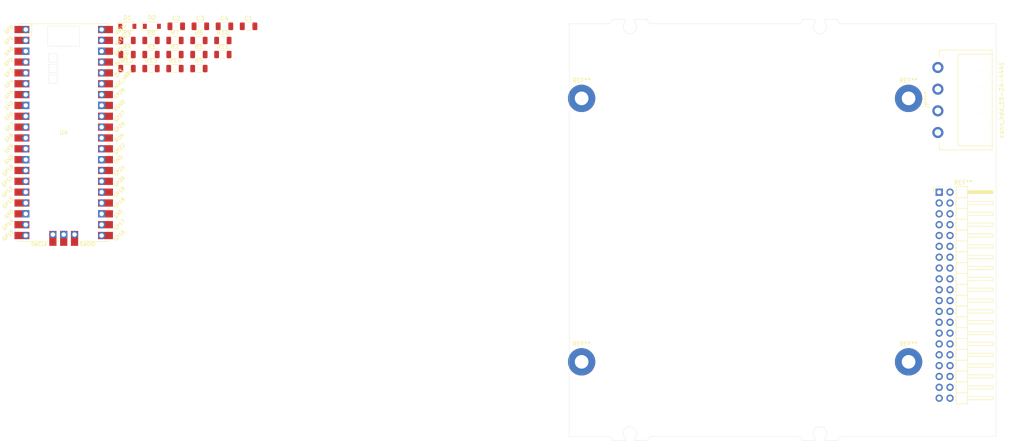
<source format=kicad_pcb>
(kicad_pcb (version 20171130) (host pcbnew "(5.1.9)-1")

  (general
    (thickness 1.6)
    (drawings 56)
    (tracks 0)
    (zones 0)
    (modules 27)
    (nets 53)
  )

  (page A4)
  (layers
    (0 F.Cu signal)
    (31 B.Cu signal)
    (32 B.Adhes user)
    (33 F.Adhes user)
    (34 B.Paste user)
    (35 F.Paste user)
    (36 B.SilkS user)
    (37 F.SilkS user)
    (38 B.Mask user)
    (39 F.Mask user)
    (40 Dwgs.User user)
    (41 Cmts.User user)
    (42 Eco1.User user)
    (43 Eco2.User user)
    (44 Edge.Cuts user)
    (45 Margin user)
    (46 B.CrtYd user)
    (47 F.CrtYd user)
    (48 B.Fab user)
    (49 F.Fab user)
  )

  (setup
    (last_trace_width 0.25)
    (trace_clearance 0.2)
    (zone_clearance 0.508)
    (zone_45_only no)
    (trace_min 0.2)
    (via_size 0.8)
    (via_drill 0.4)
    (via_min_size 0.4)
    (via_min_drill 0.3)
    (uvia_size 0.3)
    (uvia_drill 0.1)
    (uvias_allowed no)
    (uvia_min_size 0.2)
    (uvia_min_drill 0.1)
    (edge_width 0.05)
    (segment_width 0.2)
    (pcb_text_width 0.3)
    (pcb_text_size 1.5 1.5)
    (mod_edge_width 0.12)
    (mod_text_size 1 1)
    (mod_text_width 0.15)
    (pad_size 6.4 6.4)
    (pad_drill 3.2)
    (pad_to_mask_clearance 0)
    (aux_axis_origin 0 0)
    (visible_elements 7FFFFFFF)
    (pcbplotparams
      (layerselection 0x010fc_ffffffff)
      (usegerberextensions false)
      (usegerberattributes true)
      (usegerberadvancedattributes true)
      (creategerberjobfile true)
      (excludeedgelayer true)
      (linewidth 0.100000)
      (plotframeref false)
      (viasonmask false)
      (mode 1)
      (useauxorigin false)
      (hpglpennumber 1)
      (hpglpenspeed 20)
      (hpglpendiameter 15.000000)
      (psnegative false)
      (psa4output false)
      (plotreference true)
      (plotvalue true)
      (plotinvisibletext false)
      (padsonsilk false)
      (subtractmaskfromsilk false)
      (outputformat 1)
      (mirror false)
      (drillshape 1)
      (scaleselection 1)
      (outputdirectory ""))
  )

  (net 0 "")
  (net 1 GND)
  (net 2 +3V3)
  (net 3 VSYS)
  (net 4 IBM_5V_POWER)
  (net 5 IBM_SENSE_3V3)
  (net 6 "Net-(R1-Pad2)")
  (net 7 "Net-(J4-Pad2)")
  (net 8 "Net-(J4-Pad1)")
  (net 9 "Net-(R3-Pad2)")
  (net 10 IBM_SENSE_12V)
  (net 11 "Net-(R4-Pad2)")
  (net 12 "Net-(R7-Pad1)")
  (net 13 "Net-(R8-Pad1)")
  (net 14 "Net-(R9-Pad1)")
  (net 15 "Net-(R10-Pad1)")
  (net 16 /INIT_DRIVE)
  (net 17 SD0_CD)
  (net 18 SD1_CD)
  (net 19 CFG_DATA)
  (net 20 DBG_RX)
  (net 21 "Net-(J5-Pad1)")
  (net 22 "Net-(J5-Pad2)")
  (net 23 "Net-(J5-Pad3)")
  (net 24 SD_DO)
  (net 25 SD0_CS)
  (net 26 SD_SCK)
  (net 27 SD_DI)
  (net 28 ~IOR~_3V3)
  (net 29 ~IOW~_3V3)
  (net 30 DATA_DIR)
  (net 31 "Net-(SW3-Pad1)")
  (net 32 ~RESET~_3V3)
  (net 33 ~CS~_3V3)
  (net 34 CFG_LATCH)
  (net 35 "Net-(U4-Pad35)")
  (net 36 "Net-(U4-Pad37)")
  (net 37 "Net-(U4-Pad40)")
  (net 38 ~IRQ~_3V3)
  (net 39 ~DRQ~_3V3)
  (net 40 ~DACK~_3V3)
  (net 41 AEN_3V3)
  (net 42 A1_3V3)
  (net 43 A0_3V3)
  (net 44 D7_3V3)
  (net 45 D6_3V3)
  (net 46 D5_3V3)
  (net 47 D4_3V3)
  (net 48 D3_3V3)
  (net 49 D2_3V3)
  (net 50 D1_3V3)
  (net 51 D0_3V3)
  (net 52 CFG_CLK)

  (net_class Default "This is the default net class."
    (clearance 0.2)
    (trace_width 0.25)
    (via_dia 0.8)
    (via_drill 0.4)
    (uvia_dia 0.3)
    (uvia_drill 0.1)
    (add_net +3V3)
    (add_net /INIT_DRIVE)
    (add_net A0_3V3)
    (add_net A1_3V3)
    (add_net AEN_3V3)
    (add_net CFG_CLK)
    (add_net CFG_DATA)
    (add_net CFG_LATCH)
    (add_net D0_3V3)
    (add_net D1_3V3)
    (add_net D2_3V3)
    (add_net D3_3V3)
    (add_net D4_3V3)
    (add_net D5_3V3)
    (add_net D6_3V3)
    (add_net D7_3V3)
    (add_net DATA_DIR)
    (add_net DBG_RX)
    (add_net GND)
    (add_net IBM_5V_POWER)
    (add_net IBM_SENSE_12V)
    (add_net IBM_SENSE_3V3)
    (add_net "Net-(J4-Pad1)")
    (add_net "Net-(J4-Pad2)")
    (add_net "Net-(J5-Pad1)")
    (add_net "Net-(J5-Pad2)")
    (add_net "Net-(J5-Pad3)")
    (add_net "Net-(R1-Pad2)")
    (add_net "Net-(R10-Pad1)")
    (add_net "Net-(R3-Pad2)")
    (add_net "Net-(R4-Pad2)")
    (add_net "Net-(R7-Pad1)")
    (add_net "Net-(R8-Pad1)")
    (add_net "Net-(R9-Pad1)")
    (add_net "Net-(SW3-Pad1)")
    (add_net "Net-(U4-Pad35)")
    (add_net "Net-(U4-Pad37)")
    (add_net "Net-(U4-Pad40)")
    (add_net SD0_CD)
    (add_net SD0_CS)
    (add_net SD1_CD)
    (add_net SD_DI)
    (add_net SD_DO)
    (add_net SD_SCK)
    (add_net VSYS)
    (add_net ~CS~_3V3)
    (add_net ~DACK~_3V3)
    (add_net ~DRQ~_3V3)
    (add_net ~IOR~_3V3)
    (add_net ~IOW~_3V3)
    (add_net ~IRQ~_3V3)
    (add_net ~RESET~_3V3)
  )

  (module w_conn_pc:conn_hdd_15-24-4441 (layer F.Cu) (tedit 61723253) (tstamp 61728974)
    (at 242.57 49.53 90)
    (descr "5.08mm Disk drive power connector, 90°, Molex P/N 15-24-4441")
    (fp_text reference conn_hdd_15-24-4441 (at 0 8.89 90) (layer F.SilkS)
      (effects (font (size 1 1) (thickness 0.15)))
    )
    (fp_text value JP*** (at 0 -8.636 90) (layer F.SilkS)
      (effects (font (size 1 1) (thickness 0.15)))
    )
    (fp_line (start 11.7 -5.7) (end 11.7 6.7) (layer F.SilkS) (width 0.12))
    (fp_line (start -11.7 -5.7) (end -11.7 6.7) (layer F.SilkS) (width 0.12))
    (fp_line (start -11.7 6.7) (end 11.7 6.7) (layer F.SilkS) (width 0.12))
    (fp_line (start -10.7 -1.3) (end -10.7 6.7) (layer F.SilkS) (width 0.12))
    (fp_line (start 10.7 -1.3) (end 10.7 6.7) (layer F.SilkS) (width 0.12))
    (fp_line (start -10.7 -1.3) (end 10.7 -1.3) (layer F.SilkS) (width 0.12))
    (fp_line (start 11.7 -5.7) (end 9.9 -5.7) (layer F.SilkS) (width 0.12))
    (fp_line (start -9.9 -5.7) (end -11.7 -5.7) (layer F.SilkS) (width 0.12))
    (pad "" np_thru_hole circle (at -10.16 -3.48 90) (size 2.54 2.54) (drill 2.54) (layers *.Cu *.Mask F.SilkS))
    (pad "" np_thru_hole circle (at -5.08 4.14 90) (size 4 4) (drill 4) (layers *.Cu *.Mask F.SilkS))
    (pad "" np_thru_hole circle (at 10.16 -3.48 90) (size 2.54 2.54) (drill 2.54) (layers *.Cu *.Mask F.SilkS))
    (pad 4 thru_hole circle (at 7.62 -6.02 90) (size 2.6 2.6) (drill 1.52) (layers *.Cu *.Mask))
    (pad 3 thru_hole circle (at 2.54 -6.02 90) (size 2.6 2.6) (drill 1.52) (layers *.Cu *.Mask))
    (pad 2 thru_hole circle (at -2.54 -6.02 90) (size 2.6 2.6) (drill 1.52) (layers *.Cu *.Mask))
    (pad 1 thru_hole circle (at -7.62 -6.02 90) (size 2.6 2.6) (drill 1.52) (layers *.Cu *.Mask))
    (pad "" np_thru_hole circle (at 5.08 4.14 90) (size 4 4) (drill 4) (layers *.Cu *.Mask F.SilkS))
    (model ${KIPRJMOD}/../Libraries/smisioto/walter/conn_pc/hdd_power_15-24-4441.wrl
      (at (xyz 0 0 0))
      (scale (xyz 1 1 1))
      (rotate (xyz 0 0 0))
    )
  )

  (module MountingHole:MountingHole_3.2mm_M3_Pad (layer F.Cu) (tedit 56D1B4CB) (tstamp 61729775)
    (at 153.09 49.15)
    (descr "Mounting Hole 3.2mm, M3")
    (tags "mounting hole 3.2mm m3")
    (attr virtual)
    (fp_text reference REF** (at 0 -4.2) (layer F.SilkS)
      (effects (font (size 1 1) (thickness 0.15)))
    )
    (fp_text value MountingHole_3.2mm_M3_Pad (at 0 4.2) (layer F.Fab)
      (effects (font (size 1 1) (thickness 0.15)))
    )
    (fp_circle (center 0 0) (end 3.2 0) (layer Cmts.User) (width 0.15))
    (fp_circle (center 0 0) (end 3.45 0) (layer F.CrtYd) (width 0.05))
    (fp_text user %R (at 0.3 0) (layer F.Fab)
      (effects (font (size 1 1) (thickness 0.15)))
    )
    (pad 1 thru_hole circle (at 0 0) (size 6.4 6.4) (drill 3.2) (layers *.Cu *.Mask))
  )

  (module MountingHole:MountingHole_3.2mm_M3_Pad (layer F.Cu) (tedit 56D1B4CB) (tstamp 6172976E)
    (at 153.09 110.87)
    (descr "Mounting Hole 3.2mm, M3")
    (tags "mounting hole 3.2mm m3")
    (attr virtual)
    (fp_text reference REF** (at 0 -4.2) (layer F.SilkS)
      (effects (font (size 1 1) (thickness 0.15)))
    )
    (fp_text value MountingHole_3.2mm_M3_Pad (at 0 4.2) (layer F.Fab)
      (effects (font (size 1 1) (thickness 0.15)))
    )
    (fp_circle (center 0 0) (end 3.45 0) (layer F.CrtYd) (width 0.05))
    (fp_circle (center 0 0) (end 3.2 0) (layer Cmts.User) (width 0.15))
    (fp_text user %R (at 0.3 0) (layer F.Fab)
      (effects (font (size 1 1) (thickness 0.15)))
    )
    (pad 1 thru_hole circle (at 0 0) (size 6.4 6.4) (drill 3.2) (layers *.Cu *.Mask))
  )

  (module MountingHole:MountingHole_3.2mm_M3_Pad (layer F.Cu) (tedit 56D1B4CB) (tstamp 61729758)
    (at 229.69 110.87)
    (descr "Mounting Hole 3.2mm, M3")
    (tags "mounting hole 3.2mm m3")
    (attr virtual)
    (fp_text reference REF** (at 0 -4.2) (layer F.SilkS)
      (effects (font (size 1 1) (thickness 0.15)))
    )
    (fp_text value MountingHole_3.2mm_M3_Pad (at 0 4.2) (layer F.Fab)
      (effects (font (size 1 1) (thickness 0.15)))
    )
    (fp_circle (center 0 0) (end 3.2 0) (layer Cmts.User) (width 0.15))
    (fp_circle (center 0 0) (end 3.45 0) (layer F.CrtYd) (width 0.05))
    (fp_text user %R (at 0.3 0) (layer F.Fab)
      (effects (font (size 1 1) (thickness 0.15)))
    )
    (pad 1 thru_hole circle (at 0 0) (size 6.4 6.4) (drill 3.2) (layers *.Cu *.Mask))
  )

  (module MountingHole:MountingHole_3.2mm_M3_Pad (layer F.Cu) (tedit 56D1B4CB) (tstamp 617296C7)
    (at 229.69 49.15)
    (descr "Mounting Hole 3.2mm, M3")
    (tags "mounting hole 3.2mm m3")
    (attr virtual)
    (fp_text reference REF** (at 0 -4.2) (layer F.SilkS)
      (effects (font (size 1 1) (thickness 0.15)))
    )
    (fp_text value MountingHole_3.2mm_M3_Pad (at 0 4.2) (layer F.Fab)
      (effects (font (size 1 1) (thickness 0.15)))
    )
    (fp_circle (center 0 0) (end 3.45 0) (layer F.CrtYd) (width 0.05))
    (fp_circle (center 0 0) (end 3.2 0) (layer Cmts.User) (width 0.15))
    (fp_text user %R (at 0.3 0) (layer F.Fab)
      (effects (font (size 1 1) (thickness 0.15)))
    )
    (pad 1 thru_hole circle (at 0 0) (size 6.4 6.4) (drill 3.2) (layers *.Cu *.Mask))
  )

  (module Connector_PinHeader_2.54mm:PinHeader_2x20_P2.54mm_Horizontal (layer F.Cu) (tedit 59FED5CB) (tstamp 61725650)
    (at 236.855 71.12)
    (descr "Through hole angled pin header, 2x20, 2.54mm pitch, 6mm pin length, double rows")
    (tags "Through hole angled pin header THT 2x20 2.54mm double row")
    (fp_text reference REF** (at 5.655 -2.27) (layer F.SilkS)
      (effects (font (size 1 1) (thickness 0.15)))
    )
    (fp_text value PinHeader_2x20_P2.54mm_Horizontal (at 5.655 50.53) (layer F.Fab)
      (effects (font (size 1 1) (thickness 0.15)))
    )
    (fp_line (start 4.675 -1.27) (end 6.58 -1.27) (layer F.Fab) (width 0.1))
    (fp_line (start 6.58 -1.27) (end 6.58 49.53) (layer F.Fab) (width 0.1))
    (fp_line (start 6.58 49.53) (end 4.04 49.53) (layer F.Fab) (width 0.1))
    (fp_line (start 4.04 49.53) (end 4.04 -0.635) (layer F.Fab) (width 0.1))
    (fp_line (start 4.04 -0.635) (end 4.675 -1.27) (layer F.Fab) (width 0.1))
    (fp_line (start -0.32 -0.32) (end 4.04 -0.32) (layer F.Fab) (width 0.1))
    (fp_line (start -0.32 -0.32) (end -0.32 0.32) (layer F.Fab) (width 0.1))
    (fp_line (start -0.32 0.32) (end 4.04 0.32) (layer F.Fab) (width 0.1))
    (fp_line (start 6.58 -0.32) (end 12.58 -0.32) (layer F.Fab) (width 0.1))
    (fp_line (start 12.58 -0.32) (end 12.58 0.32) (layer F.Fab) (width 0.1))
    (fp_line (start 6.58 0.32) (end 12.58 0.32) (layer F.Fab) (width 0.1))
    (fp_line (start -0.32 2.22) (end 4.04 2.22) (layer F.Fab) (width 0.1))
    (fp_line (start -0.32 2.22) (end -0.32 2.86) (layer F.Fab) (width 0.1))
    (fp_line (start -0.32 2.86) (end 4.04 2.86) (layer F.Fab) (width 0.1))
    (fp_line (start 6.58 2.22) (end 12.58 2.22) (layer F.Fab) (width 0.1))
    (fp_line (start 12.58 2.22) (end 12.58 2.86) (layer F.Fab) (width 0.1))
    (fp_line (start 6.58 2.86) (end 12.58 2.86) (layer F.Fab) (width 0.1))
    (fp_line (start -0.32 4.76) (end 4.04 4.76) (layer F.Fab) (width 0.1))
    (fp_line (start -0.32 4.76) (end -0.32 5.4) (layer F.Fab) (width 0.1))
    (fp_line (start -0.32 5.4) (end 4.04 5.4) (layer F.Fab) (width 0.1))
    (fp_line (start 6.58 4.76) (end 12.58 4.76) (layer F.Fab) (width 0.1))
    (fp_line (start 12.58 4.76) (end 12.58 5.4) (layer F.Fab) (width 0.1))
    (fp_line (start 6.58 5.4) (end 12.58 5.4) (layer F.Fab) (width 0.1))
    (fp_line (start -0.32 7.3) (end 4.04 7.3) (layer F.Fab) (width 0.1))
    (fp_line (start -0.32 7.3) (end -0.32 7.94) (layer F.Fab) (width 0.1))
    (fp_line (start -0.32 7.94) (end 4.04 7.94) (layer F.Fab) (width 0.1))
    (fp_line (start 6.58 7.3) (end 12.58 7.3) (layer F.Fab) (width 0.1))
    (fp_line (start 12.58 7.3) (end 12.58 7.94) (layer F.Fab) (width 0.1))
    (fp_line (start 6.58 7.94) (end 12.58 7.94) (layer F.Fab) (width 0.1))
    (fp_line (start -0.32 9.84) (end 4.04 9.84) (layer F.Fab) (width 0.1))
    (fp_line (start -0.32 9.84) (end -0.32 10.48) (layer F.Fab) (width 0.1))
    (fp_line (start -0.32 10.48) (end 4.04 10.48) (layer F.Fab) (width 0.1))
    (fp_line (start 6.58 9.84) (end 12.58 9.84) (layer F.Fab) (width 0.1))
    (fp_line (start 12.58 9.84) (end 12.58 10.48) (layer F.Fab) (width 0.1))
    (fp_line (start 6.58 10.48) (end 12.58 10.48) (layer F.Fab) (width 0.1))
    (fp_line (start -0.32 12.38) (end 4.04 12.38) (layer F.Fab) (width 0.1))
    (fp_line (start -0.32 12.38) (end -0.32 13.02) (layer F.Fab) (width 0.1))
    (fp_line (start -0.32 13.02) (end 4.04 13.02) (layer F.Fab) (width 0.1))
    (fp_line (start 6.58 12.38) (end 12.58 12.38) (layer F.Fab) (width 0.1))
    (fp_line (start 12.58 12.38) (end 12.58 13.02) (layer F.Fab) (width 0.1))
    (fp_line (start 6.58 13.02) (end 12.58 13.02) (layer F.Fab) (width 0.1))
    (fp_line (start -0.32 14.92) (end 4.04 14.92) (layer F.Fab) (width 0.1))
    (fp_line (start -0.32 14.92) (end -0.32 15.56) (layer F.Fab) (width 0.1))
    (fp_line (start -0.32 15.56) (end 4.04 15.56) (layer F.Fab) (width 0.1))
    (fp_line (start 6.58 14.92) (end 12.58 14.92) (layer F.Fab) (width 0.1))
    (fp_line (start 12.58 14.92) (end 12.58 15.56) (layer F.Fab) (width 0.1))
    (fp_line (start 6.58 15.56) (end 12.58 15.56) (layer F.Fab) (width 0.1))
    (fp_line (start -0.32 17.46) (end 4.04 17.46) (layer F.Fab) (width 0.1))
    (fp_line (start -0.32 17.46) (end -0.32 18.1) (layer F.Fab) (width 0.1))
    (fp_line (start -0.32 18.1) (end 4.04 18.1) (layer F.Fab) (width 0.1))
    (fp_line (start 6.58 17.46) (end 12.58 17.46) (layer F.Fab) (width 0.1))
    (fp_line (start 12.58 17.46) (end 12.58 18.1) (layer F.Fab) (width 0.1))
    (fp_line (start 6.58 18.1) (end 12.58 18.1) (layer F.Fab) (width 0.1))
    (fp_line (start -0.32 20) (end 4.04 20) (layer F.Fab) (width 0.1))
    (fp_line (start -0.32 20) (end -0.32 20.64) (layer F.Fab) (width 0.1))
    (fp_line (start -0.32 20.64) (end 4.04 20.64) (layer F.Fab) (width 0.1))
    (fp_line (start 6.58 20) (end 12.58 20) (layer F.Fab) (width 0.1))
    (fp_line (start 12.58 20) (end 12.58 20.64) (layer F.Fab) (width 0.1))
    (fp_line (start 6.58 20.64) (end 12.58 20.64) (layer F.Fab) (width 0.1))
    (fp_line (start -0.32 22.54) (end 4.04 22.54) (layer F.Fab) (width 0.1))
    (fp_line (start -0.32 22.54) (end -0.32 23.18) (layer F.Fab) (width 0.1))
    (fp_line (start -0.32 23.18) (end 4.04 23.18) (layer F.Fab) (width 0.1))
    (fp_line (start 6.58 22.54) (end 12.58 22.54) (layer F.Fab) (width 0.1))
    (fp_line (start 12.58 22.54) (end 12.58 23.18) (layer F.Fab) (width 0.1))
    (fp_line (start 6.58 23.18) (end 12.58 23.18) (layer F.Fab) (width 0.1))
    (fp_line (start -0.32 25.08) (end 4.04 25.08) (layer F.Fab) (width 0.1))
    (fp_line (start -0.32 25.08) (end -0.32 25.72) (layer F.Fab) (width 0.1))
    (fp_line (start -0.32 25.72) (end 4.04 25.72) (layer F.Fab) (width 0.1))
    (fp_line (start 6.58 25.08) (end 12.58 25.08) (layer F.Fab) (width 0.1))
    (fp_line (start 12.58 25.08) (end 12.58 25.72) (layer F.Fab) (width 0.1))
    (fp_line (start 6.58 25.72) (end 12.58 25.72) (layer F.Fab) (width 0.1))
    (fp_line (start -0.32 27.62) (end 4.04 27.62) (layer F.Fab) (width 0.1))
    (fp_line (start -0.32 27.62) (end -0.32 28.26) (layer F.Fab) (width 0.1))
    (fp_line (start -0.32 28.26) (end 4.04 28.26) (layer F.Fab) (width 0.1))
    (fp_line (start 6.58 27.62) (end 12.58 27.62) (layer F.Fab) (width 0.1))
    (fp_line (start 12.58 27.62) (end 12.58 28.26) (layer F.Fab) (width 0.1))
    (fp_line (start 6.58 28.26) (end 12.58 28.26) (layer F.Fab) (width 0.1))
    (fp_line (start -0.32 30.16) (end 4.04 30.16) (layer F.Fab) (width 0.1))
    (fp_line (start -0.32 30.16) (end -0.32 30.8) (layer F.Fab) (width 0.1))
    (fp_line (start -0.32 30.8) (end 4.04 30.8) (layer F.Fab) (width 0.1))
    (fp_line (start 6.58 30.16) (end 12.58 30.16) (layer F.Fab) (width 0.1))
    (fp_line (start 12.58 30.16) (end 12.58 30.8) (layer F.Fab) (width 0.1))
    (fp_line (start 6.58 30.8) (end 12.58 30.8) (layer F.Fab) (width 0.1))
    (fp_line (start -0.32 32.7) (end 4.04 32.7) (layer F.Fab) (width 0.1))
    (fp_line (start -0.32 32.7) (end -0.32 33.34) (layer F.Fab) (width 0.1))
    (fp_line (start -0.32 33.34) (end 4.04 33.34) (layer F.Fab) (width 0.1))
    (fp_line (start 6.58 32.7) (end 12.58 32.7) (layer F.Fab) (width 0.1))
    (fp_line (start 12.58 32.7) (end 12.58 33.34) (layer F.Fab) (width 0.1))
    (fp_line (start 6.58 33.34) (end 12.58 33.34) (layer F.Fab) (width 0.1))
    (fp_line (start -0.32 35.24) (end 4.04 35.24) (layer F.Fab) (width 0.1))
    (fp_line (start -0.32 35.24) (end -0.32 35.88) (layer F.Fab) (width 0.1))
    (fp_line (start -0.32 35.88) (end 4.04 35.88) (layer F.Fab) (width 0.1))
    (fp_line (start 6.58 35.24) (end 12.58 35.24) (layer F.Fab) (width 0.1))
    (fp_line (start 12.58 35.24) (end 12.58 35.88) (layer F.Fab) (width 0.1))
    (fp_line (start 6.58 35.88) (end 12.58 35.88) (layer F.Fab) (width 0.1))
    (fp_line (start -0.32 37.78) (end 4.04 37.78) (layer F.Fab) (width 0.1))
    (fp_line (start -0.32 37.78) (end -0.32 38.42) (layer F.Fab) (width 0.1))
    (fp_line (start -0.32 38.42) (end 4.04 38.42) (layer F.Fab) (width 0.1))
    (fp_line (start 6.58 37.78) (end 12.58 37.78) (layer F.Fab) (width 0.1))
    (fp_line (start 12.58 37.78) (end 12.58 38.42) (layer F.Fab) (width 0.1))
    (fp_line (start 6.58 38.42) (end 12.58 38.42) (layer F.Fab) (width 0.1))
    (fp_line (start -0.32 40.32) (end 4.04 40.32) (layer F.Fab) (width 0.1))
    (fp_line (start -0.32 40.32) (end -0.32 40.96) (layer F.Fab) (width 0.1))
    (fp_line (start -0.32 40.96) (end 4.04 40.96) (layer F.Fab) (width 0.1))
    (fp_line (start 6.58 40.32) (end 12.58 40.32) (layer F.Fab) (width 0.1))
    (fp_line (start 12.58 40.32) (end 12.58 40.96) (layer F.Fab) (width 0.1))
    (fp_line (start 6.58 40.96) (end 12.58 40.96) (layer F.Fab) (width 0.1))
    (fp_line (start -0.32 42.86) (end 4.04 42.86) (layer F.Fab) (width 0.1))
    (fp_line (start -0.32 42.86) (end -0.32 43.5) (layer F.Fab) (width 0.1))
    (fp_line (start -0.32 43.5) (end 4.04 43.5) (layer F.Fab) (width 0.1))
    (fp_line (start 6.58 42.86) (end 12.58 42.86) (layer F.Fab) (width 0.1))
    (fp_line (start 12.58 42.86) (end 12.58 43.5) (layer F.Fab) (width 0.1))
    (fp_line (start 6.58 43.5) (end 12.58 43.5) (layer F.Fab) (width 0.1))
    (fp_line (start -0.32 45.4) (end 4.04 45.4) (layer F.Fab) (width 0.1))
    (fp_line (start -0.32 45.4) (end -0.32 46.04) (layer F.Fab) (width 0.1))
    (fp_line (start -0.32 46.04) (end 4.04 46.04) (layer F.Fab) (width 0.1))
    (fp_line (start 6.58 45.4) (end 12.58 45.4) (layer F.Fab) (width 0.1))
    (fp_line (start 12.58 45.4) (end 12.58 46.04) (layer F.Fab) (width 0.1))
    (fp_line (start 6.58 46.04) (end 12.58 46.04) (layer F.Fab) (width 0.1))
    (fp_line (start -0.32 47.94) (end 4.04 47.94) (layer F.Fab) (width 0.1))
    (fp_line (start -0.32 47.94) (end -0.32 48.58) (layer F.Fab) (width 0.1))
    (fp_line (start -0.32 48.58) (end 4.04 48.58) (layer F.Fab) (width 0.1))
    (fp_line (start 6.58 47.94) (end 12.58 47.94) (layer F.Fab) (width 0.1))
    (fp_line (start 12.58 47.94) (end 12.58 48.58) (layer F.Fab) (width 0.1))
    (fp_line (start 6.58 48.58) (end 12.58 48.58) (layer F.Fab) (width 0.1))
    (fp_line (start 3.98 -1.33) (end 3.98 49.59) (layer F.SilkS) (width 0.12))
    (fp_line (start 3.98 49.59) (end 6.64 49.59) (layer F.SilkS) (width 0.12))
    (fp_line (start 6.64 49.59) (end 6.64 -1.33) (layer F.SilkS) (width 0.12))
    (fp_line (start 6.64 -1.33) (end 3.98 -1.33) (layer F.SilkS) (width 0.12))
    (fp_line (start 6.64 -0.38) (end 12.64 -0.38) (layer F.SilkS) (width 0.12))
    (fp_line (start 12.64 -0.38) (end 12.64 0.38) (layer F.SilkS) (width 0.12))
    (fp_line (start 12.64 0.38) (end 6.64 0.38) (layer F.SilkS) (width 0.12))
    (fp_line (start 6.64 -0.32) (end 12.64 -0.32) (layer F.SilkS) (width 0.12))
    (fp_line (start 6.64 -0.2) (end 12.64 -0.2) (layer F.SilkS) (width 0.12))
    (fp_line (start 6.64 -0.08) (end 12.64 -0.08) (layer F.SilkS) (width 0.12))
    (fp_line (start 6.64 0.04) (end 12.64 0.04) (layer F.SilkS) (width 0.12))
    (fp_line (start 6.64 0.16) (end 12.64 0.16) (layer F.SilkS) (width 0.12))
    (fp_line (start 6.64 0.28) (end 12.64 0.28) (layer F.SilkS) (width 0.12))
    (fp_line (start 3.582929 -0.38) (end 3.98 -0.38) (layer F.SilkS) (width 0.12))
    (fp_line (start 3.582929 0.38) (end 3.98 0.38) (layer F.SilkS) (width 0.12))
    (fp_line (start 1.11 -0.38) (end 1.497071 -0.38) (layer F.SilkS) (width 0.12))
    (fp_line (start 1.11 0.38) (end 1.497071 0.38) (layer F.SilkS) (width 0.12))
    (fp_line (start 3.98 1.27) (end 6.64 1.27) (layer F.SilkS) (width 0.12))
    (fp_line (start 6.64 2.16) (end 12.64 2.16) (layer F.SilkS) (width 0.12))
    (fp_line (start 12.64 2.16) (end 12.64 2.92) (layer F.SilkS) (width 0.12))
    (fp_line (start 12.64 2.92) (end 6.64 2.92) (layer F.SilkS) (width 0.12))
    (fp_line (start 3.582929 2.16) (end 3.98 2.16) (layer F.SilkS) (width 0.12))
    (fp_line (start 3.582929 2.92) (end 3.98 2.92) (layer F.SilkS) (width 0.12))
    (fp_line (start 1.042929 2.16) (end 1.497071 2.16) (layer F.SilkS) (width 0.12))
    (fp_line (start 1.042929 2.92) (end 1.497071 2.92) (layer F.SilkS) (width 0.12))
    (fp_line (start 3.98 3.81) (end 6.64 3.81) (layer F.SilkS) (width 0.12))
    (fp_line (start 6.64 4.7) (end 12.64 4.7) (layer F.SilkS) (width 0.12))
    (fp_line (start 12.64 4.7) (end 12.64 5.46) (layer F.SilkS) (width 0.12))
    (fp_line (start 12.64 5.46) (end 6.64 5.46) (layer F.SilkS) (width 0.12))
    (fp_line (start 3.582929 4.7) (end 3.98 4.7) (layer F.SilkS) (width 0.12))
    (fp_line (start 3.582929 5.46) (end 3.98 5.46) (layer F.SilkS) (width 0.12))
    (fp_line (start 1.042929 4.7) (end 1.497071 4.7) (layer F.SilkS) (width 0.12))
    (fp_line (start 1.042929 5.46) (end 1.497071 5.46) (layer F.SilkS) (width 0.12))
    (fp_line (start 3.98 6.35) (end 6.64 6.35) (layer F.SilkS) (width 0.12))
    (fp_line (start 6.64 7.24) (end 12.64 7.24) (layer F.SilkS) (width 0.12))
    (fp_line (start 12.64 7.24) (end 12.64 8) (layer F.SilkS) (width 0.12))
    (fp_line (start 12.64 8) (end 6.64 8) (layer F.SilkS) (width 0.12))
    (fp_line (start 3.582929 7.24) (end 3.98 7.24) (layer F.SilkS) (width 0.12))
    (fp_line (start 3.582929 8) (end 3.98 8) (layer F.SilkS) (width 0.12))
    (fp_line (start 1.042929 7.24) (end 1.497071 7.24) (layer F.SilkS) (width 0.12))
    (fp_line (start 1.042929 8) (end 1.497071 8) (layer F.SilkS) (width 0.12))
    (fp_line (start 3.98 8.89) (end 6.64 8.89) (layer F.SilkS) (width 0.12))
    (fp_line (start 6.64 9.78) (end 12.64 9.78) (layer F.SilkS) (width 0.12))
    (fp_line (start 12.64 9.78) (end 12.64 10.54) (layer F.SilkS) (width 0.12))
    (fp_line (start 12.64 10.54) (end 6.64 10.54) (layer F.SilkS) (width 0.12))
    (fp_line (start 3.582929 9.78) (end 3.98 9.78) (layer F.SilkS) (width 0.12))
    (fp_line (start 3.582929 10.54) (end 3.98 10.54) (layer F.SilkS) (width 0.12))
    (fp_line (start 1.042929 9.78) (end 1.497071 9.78) (layer F.SilkS) (width 0.12))
    (fp_line (start 1.042929 10.54) (end 1.497071 10.54) (layer F.SilkS) (width 0.12))
    (fp_line (start 3.98 11.43) (end 6.64 11.43) (layer F.SilkS) (width 0.12))
    (fp_line (start 6.64 12.32) (end 12.64 12.32) (layer F.SilkS) (width 0.12))
    (fp_line (start 12.64 12.32) (end 12.64 13.08) (layer F.SilkS) (width 0.12))
    (fp_line (start 12.64 13.08) (end 6.64 13.08) (layer F.SilkS) (width 0.12))
    (fp_line (start 3.582929 12.32) (end 3.98 12.32) (layer F.SilkS) (width 0.12))
    (fp_line (start 3.582929 13.08) (end 3.98 13.08) (layer F.SilkS) (width 0.12))
    (fp_line (start 1.042929 12.32) (end 1.497071 12.32) (layer F.SilkS) (width 0.12))
    (fp_line (start 1.042929 13.08) (end 1.497071 13.08) (layer F.SilkS) (width 0.12))
    (fp_line (start 3.98 13.97) (end 6.64 13.97) (layer F.SilkS) (width 0.12))
    (fp_line (start 6.64 14.86) (end 12.64 14.86) (layer F.SilkS) (width 0.12))
    (fp_line (start 12.64 14.86) (end 12.64 15.62) (layer F.SilkS) (width 0.12))
    (fp_line (start 12.64 15.62) (end 6.64 15.62) (layer F.SilkS) (width 0.12))
    (fp_line (start 3.582929 14.86) (end 3.98 14.86) (layer F.SilkS) (width 0.12))
    (fp_line (start 3.582929 15.62) (end 3.98 15.62) (layer F.SilkS) (width 0.12))
    (fp_line (start 1.042929 14.86) (end 1.497071 14.86) (layer F.SilkS) (width 0.12))
    (fp_line (start 1.042929 15.62) (end 1.497071 15.62) (layer F.SilkS) (width 0.12))
    (fp_line (start 3.98 16.51) (end 6.64 16.51) (layer F.SilkS) (width 0.12))
    (fp_line (start 6.64 17.4) (end 12.64 17.4) (layer F.SilkS) (width 0.12))
    (fp_line (start 12.64 17.4) (end 12.64 18.16) (layer F.SilkS) (width 0.12))
    (fp_line (start 12.64 18.16) (end 6.64 18.16) (layer F.SilkS) (width 0.12))
    (fp_line (start 3.582929 17.4) (end 3.98 17.4) (layer F.SilkS) (width 0.12))
    (fp_line (start 3.582929 18.16) (end 3.98 18.16) (layer F.SilkS) (width 0.12))
    (fp_line (start 1.042929 17.4) (end 1.497071 17.4) (layer F.SilkS) (width 0.12))
    (fp_line (start 1.042929 18.16) (end 1.497071 18.16) (layer F.SilkS) (width 0.12))
    (fp_line (start 3.98 19.05) (end 6.64 19.05) (layer F.SilkS) (width 0.12))
    (fp_line (start 6.64 19.94) (end 12.64 19.94) (layer F.SilkS) (width 0.12))
    (fp_line (start 12.64 19.94) (end 12.64 20.7) (layer F.SilkS) (width 0.12))
    (fp_line (start 12.64 20.7) (end 6.64 20.7) (layer F.SilkS) (width 0.12))
    (fp_line (start 3.582929 19.94) (end 3.98 19.94) (layer F.SilkS) (width 0.12))
    (fp_line (start 3.582929 20.7) (end 3.98 20.7) (layer F.SilkS) (width 0.12))
    (fp_line (start 1.042929 19.94) (end 1.497071 19.94) (layer F.SilkS) (width 0.12))
    (fp_line (start 1.042929 20.7) (end 1.497071 20.7) (layer F.SilkS) (width 0.12))
    (fp_line (start 3.98 21.59) (end 6.64 21.59) (layer F.SilkS) (width 0.12))
    (fp_line (start 6.64 22.48) (end 12.64 22.48) (layer F.SilkS) (width 0.12))
    (fp_line (start 12.64 22.48) (end 12.64 23.24) (layer F.SilkS) (width 0.12))
    (fp_line (start 12.64 23.24) (end 6.64 23.24) (layer F.SilkS) (width 0.12))
    (fp_line (start 3.582929 22.48) (end 3.98 22.48) (layer F.SilkS) (width 0.12))
    (fp_line (start 3.582929 23.24) (end 3.98 23.24) (layer F.SilkS) (width 0.12))
    (fp_line (start 1.042929 22.48) (end 1.497071 22.48) (layer F.SilkS) (width 0.12))
    (fp_line (start 1.042929 23.24) (end 1.497071 23.24) (layer F.SilkS) (width 0.12))
    (fp_line (start 3.98 24.13) (end 6.64 24.13) (layer F.SilkS) (width 0.12))
    (fp_line (start 6.64 25.02) (end 12.64 25.02) (layer F.SilkS) (width 0.12))
    (fp_line (start 12.64 25.02) (end 12.64 25.78) (layer F.SilkS) (width 0.12))
    (fp_line (start 12.64 25.78) (end 6.64 25.78) (layer F.SilkS) (width 0.12))
    (fp_line (start 3.582929 25.02) (end 3.98 25.02) (layer F.SilkS) (width 0.12))
    (fp_line (start 3.582929 25.78) (end 3.98 25.78) (layer F.SilkS) (width 0.12))
    (fp_line (start 1.042929 25.02) (end 1.497071 25.02) (layer F.SilkS) (width 0.12))
    (fp_line (start 1.042929 25.78) (end 1.497071 25.78) (layer F.SilkS) (width 0.12))
    (fp_line (start 3.98 26.67) (end 6.64 26.67) (layer F.SilkS) (width 0.12))
    (fp_line (start 6.64 27.56) (end 12.64 27.56) (layer F.SilkS) (width 0.12))
    (fp_line (start 12.64 27.56) (end 12.64 28.32) (layer F.SilkS) (width 0.12))
    (fp_line (start 12.64 28.32) (end 6.64 28.32) (layer F.SilkS) (width 0.12))
    (fp_line (start 3.582929 27.56) (end 3.98 27.56) (layer F.SilkS) (width 0.12))
    (fp_line (start 3.582929 28.32) (end 3.98 28.32) (layer F.SilkS) (width 0.12))
    (fp_line (start 1.042929 27.56) (end 1.497071 27.56) (layer F.SilkS) (width 0.12))
    (fp_line (start 1.042929 28.32) (end 1.497071 28.32) (layer F.SilkS) (width 0.12))
    (fp_line (start 3.98 29.21) (end 6.64 29.21) (layer F.SilkS) (width 0.12))
    (fp_line (start 6.64 30.1) (end 12.64 30.1) (layer F.SilkS) (width 0.12))
    (fp_line (start 12.64 30.1) (end 12.64 30.86) (layer F.SilkS) (width 0.12))
    (fp_line (start 12.64 30.86) (end 6.64 30.86) (layer F.SilkS) (width 0.12))
    (fp_line (start 3.582929 30.1) (end 3.98 30.1) (layer F.SilkS) (width 0.12))
    (fp_line (start 3.582929 30.86) (end 3.98 30.86) (layer F.SilkS) (width 0.12))
    (fp_line (start 1.042929 30.1) (end 1.497071 30.1) (layer F.SilkS) (width 0.12))
    (fp_line (start 1.042929 30.86) (end 1.497071 30.86) (layer F.SilkS) (width 0.12))
    (fp_line (start 3.98 31.75) (end 6.64 31.75) (layer F.SilkS) (width 0.12))
    (fp_line (start 6.64 32.64) (end 12.64 32.64) (layer F.SilkS) (width 0.12))
    (fp_line (start 12.64 32.64) (end 12.64 33.4) (layer F.SilkS) (width 0.12))
    (fp_line (start 12.64 33.4) (end 6.64 33.4) (layer F.SilkS) (width 0.12))
    (fp_line (start 3.582929 32.64) (end 3.98 32.64) (layer F.SilkS) (width 0.12))
    (fp_line (start 3.582929 33.4) (end 3.98 33.4) (layer F.SilkS) (width 0.12))
    (fp_line (start 1.042929 32.64) (end 1.497071 32.64) (layer F.SilkS) (width 0.12))
    (fp_line (start 1.042929 33.4) (end 1.497071 33.4) (layer F.SilkS) (width 0.12))
    (fp_line (start 3.98 34.29) (end 6.64 34.29) (layer F.SilkS) (width 0.12))
    (fp_line (start 6.64 35.18) (end 12.64 35.18) (layer F.SilkS) (width 0.12))
    (fp_line (start 12.64 35.18) (end 12.64 35.94) (layer F.SilkS) (width 0.12))
    (fp_line (start 12.64 35.94) (end 6.64 35.94) (layer F.SilkS) (width 0.12))
    (fp_line (start 3.582929 35.18) (end 3.98 35.18) (layer F.SilkS) (width 0.12))
    (fp_line (start 3.582929 35.94) (end 3.98 35.94) (layer F.SilkS) (width 0.12))
    (fp_line (start 1.042929 35.18) (end 1.497071 35.18) (layer F.SilkS) (width 0.12))
    (fp_line (start 1.042929 35.94) (end 1.497071 35.94) (layer F.SilkS) (width 0.12))
    (fp_line (start 3.98 36.83) (end 6.64 36.83) (layer F.SilkS) (width 0.12))
    (fp_line (start 6.64 37.72) (end 12.64 37.72) (layer F.SilkS) (width 0.12))
    (fp_line (start 12.64 37.72) (end 12.64 38.48) (layer F.SilkS) (width 0.12))
    (fp_line (start 12.64 38.48) (end 6.64 38.48) (layer F.SilkS) (width 0.12))
    (fp_line (start 3.582929 37.72) (end 3.98 37.72) (layer F.SilkS) (width 0.12))
    (fp_line (start 3.582929 38.48) (end 3.98 38.48) (layer F.SilkS) (width 0.12))
    (fp_line (start 1.042929 37.72) (end 1.497071 37.72) (layer F.SilkS) (width 0.12))
    (fp_line (start 1.042929 38.48) (end 1.497071 38.48) (layer F.SilkS) (width 0.12))
    (fp_line (start 3.98 39.37) (end 6.64 39.37) (layer F.SilkS) (width 0.12))
    (fp_line (start 6.64 40.26) (end 12.64 40.26) (layer F.SilkS) (width 0.12))
    (fp_line (start 12.64 40.26) (end 12.64 41.02) (layer F.SilkS) (width 0.12))
    (fp_line (start 12.64 41.02) (end 6.64 41.02) (layer F.SilkS) (width 0.12))
    (fp_line (start 3.582929 40.26) (end 3.98 40.26) (layer F.SilkS) (width 0.12))
    (fp_line (start 3.582929 41.02) (end 3.98 41.02) (layer F.SilkS) (width 0.12))
    (fp_line (start 1.042929 40.26) (end 1.497071 40.26) (layer F.SilkS) (width 0.12))
    (fp_line (start 1.042929 41.02) (end 1.497071 41.02) (layer F.SilkS) (width 0.12))
    (fp_line (start 3.98 41.91) (end 6.64 41.91) (layer F.SilkS) (width 0.12))
    (fp_line (start 6.64 42.8) (end 12.64 42.8) (layer F.SilkS) (width 0.12))
    (fp_line (start 12.64 42.8) (end 12.64 43.56) (layer F.SilkS) (width 0.12))
    (fp_line (start 12.64 43.56) (end 6.64 43.56) (layer F.SilkS) (width 0.12))
    (fp_line (start 3.582929 42.8) (end 3.98 42.8) (layer F.SilkS) (width 0.12))
    (fp_line (start 3.582929 43.56) (end 3.98 43.56) (layer F.SilkS) (width 0.12))
    (fp_line (start 1.042929 42.8) (end 1.497071 42.8) (layer F.SilkS) (width 0.12))
    (fp_line (start 1.042929 43.56) (end 1.497071 43.56) (layer F.SilkS) (width 0.12))
    (fp_line (start 3.98 44.45) (end 6.64 44.45) (layer F.SilkS) (width 0.12))
    (fp_line (start 6.64 45.34) (end 12.64 45.34) (layer F.SilkS) (width 0.12))
    (fp_line (start 12.64 45.34) (end 12.64 46.1) (layer F.SilkS) (width 0.12))
    (fp_line (start 12.64 46.1) (end 6.64 46.1) (layer F.SilkS) (width 0.12))
    (fp_line (start 3.582929 45.34) (end 3.98 45.34) (layer F.SilkS) (width 0.12))
    (fp_line (start 3.582929 46.1) (end 3.98 46.1) (layer F.SilkS) (width 0.12))
    (fp_line (start 1.042929 45.34) (end 1.497071 45.34) (layer F.SilkS) (width 0.12))
    (fp_line (start 1.042929 46.1) (end 1.497071 46.1) (layer F.SilkS) (width 0.12))
    (fp_line (start 3.98 46.99) (end 6.64 46.99) (layer F.SilkS) (width 0.12))
    (fp_line (start 6.64 47.88) (end 12.64 47.88) (layer F.SilkS) (width 0.12))
    (fp_line (start 12.64 47.88) (end 12.64 48.64) (layer F.SilkS) (width 0.12))
    (fp_line (start 12.64 48.64) (end 6.64 48.64) (layer F.SilkS) (width 0.12))
    (fp_line (start 3.582929 47.88) (end 3.98 47.88) (layer F.SilkS) (width 0.12))
    (fp_line (start 3.582929 48.64) (end 3.98 48.64) (layer F.SilkS) (width 0.12))
    (fp_line (start 1.042929 47.88) (end 1.497071 47.88) (layer F.SilkS) (width 0.12))
    (fp_line (start 1.042929 48.64) (end 1.497071 48.64) (layer F.SilkS) (width 0.12))
    (fp_line (start -1.27 0) (end -1.27 -1.27) (layer F.SilkS) (width 0.12))
    (fp_line (start -1.27 -1.27) (end 0 -1.27) (layer F.SilkS) (width 0.12))
    (fp_line (start -1.8 -1.8) (end -1.8 50.05) (layer F.CrtYd) (width 0.05))
    (fp_line (start -1.8 50.05) (end 13.1 50.05) (layer F.CrtYd) (width 0.05))
    (fp_line (start 13.1 50.05) (end 13.1 -1.8) (layer F.CrtYd) (width 0.05))
    (fp_line (start 13.1 -1.8) (end -1.8 -1.8) (layer F.CrtYd) (width 0.05))
    (fp_text user %R (at 5.31 24.13 90) (layer F.Fab)
      (effects (font (size 1 1) (thickness 0.15)))
    )
    (pad 40 thru_hole oval (at 2.54 48.26) (size 1.7 1.7) (drill 1) (layers *.Cu *.Mask))
    (pad 39 thru_hole oval (at 0 48.26) (size 1.7 1.7) (drill 1) (layers *.Cu *.Mask))
    (pad 38 thru_hole oval (at 2.54 45.72) (size 1.7 1.7) (drill 1) (layers *.Cu *.Mask))
    (pad 37 thru_hole oval (at 0 45.72) (size 1.7 1.7) (drill 1) (layers *.Cu *.Mask))
    (pad 36 thru_hole oval (at 2.54 43.18) (size 1.7 1.7) (drill 1) (layers *.Cu *.Mask))
    (pad 35 thru_hole oval (at 0 43.18) (size 1.7 1.7) (drill 1) (layers *.Cu *.Mask))
    (pad 34 thru_hole oval (at 2.54 40.64) (size 1.7 1.7) (drill 1) (layers *.Cu *.Mask))
    (pad 33 thru_hole oval (at 0 40.64) (size 1.7 1.7) (drill 1) (layers *.Cu *.Mask))
    (pad 32 thru_hole oval (at 2.54 38.1) (size 1.7 1.7) (drill 1) (layers *.Cu *.Mask))
    (pad 31 thru_hole oval (at 0 38.1) (size 1.7 1.7) (drill 1) (layers *.Cu *.Mask))
    (pad 30 thru_hole oval (at 2.54 35.56) (size 1.7 1.7) (drill 1) (layers *.Cu *.Mask))
    (pad 29 thru_hole oval (at 0 35.56) (size 1.7 1.7) (drill 1) (layers *.Cu *.Mask))
    (pad 28 thru_hole oval (at 2.54 33.02) (size 1.7 1.7) (drill 1) (layers *.Cu *.Mask))
    (pad 27 thru_hole oval (at 0 33.02) (size 1.7 1.7) (drill 1) (layers *.Cu *.Mask))
    (pad 26 thru_hole oval (at 2.54 30.48) (size 1.7 1.7) (drill 1) (layers *.Cu *.Mask))
    (pad 25 thru_hole oval (at 0 30.48) (size 1.7 1.7) (drill 1) (layers *.Cu *.Mask))
    (pad 24 thru_hole oval (at 2.54 27.94) (size 1.7 1.7) (drill 1) (layers *.Cu *.Mask))
    (pad 23 thru_hole oval (at 0 27.94) (size 1.7 1.7) (drill 1) (layers *.Cu *.Mask))
    (pad 22 thru_hole oval (at 2.54 25.4) (size 1.7 1.7) (drill 1) (layers *.Cu *.Mask))
    (pad 21 thru_hole oval (at 0 25.4) (size 1.7 1.7) (drill 1) (layers *.Cu *.Mask))
    (pad 20 thru_hole oval (at 2.54 22.86) (size 1.7 1.7) (drill 1) (layers *.Cu *.Mask))
    (pad 19 thru_hole oval (at 0 22.86) (size 1.7 1.7) (drill 1) (layers *.Cu *.Mask))
    (pad 18 thru_hole oval (at 2.54 20.32) (size 1.7 1.7) (drill 1) (layers *.Cu *.Mask))
    (pad 17 thru_hole oval (at 0 20.32) (size 1.7 1.7) (drill 1) (layers *.Cu *.Mask))
    (pad 16 thru_hole oval (at 2.54 17.78) (size 1.7 1.7) (drill 1) (layers *.Cu *.Mask))
    (pad 15 thru_hole oval (at 0 17.78) (size 1.7 1.7) (drill 1) (layers *.Cu *.Mask))
    (pad 14 thru_hole oval (at 2.54 15.24) (size 1.7 1.7) (drill 1) (layers *.Cu *.Mask))
    (pad 13 thru_hole oval (at 0 15.24) (size 1.7 1.7) (drill 1) (layers *.Cu *.Mask))
    (pad 12 thru_hole oval (at 2.54 12.7) (size 1.7 1.7) (drill 1) (layers *.Cu *.Mask))
    (pad 11 thru_hole oval (at 0 12.7) (size 1.7 1.7) (drill 1) (layers *.Cu *.Mask))
    (pad 10 thru_hole oval (at 2.54 10.16) (size 1.7 1.7) (drill 1) (layers *.Cu *.Mask))
    (pad 9 thru_hole oval (at 0 10.16) (size 1.7 1.7) (drill 1) (layers *.Cu *.Mask))
    (pad 8 thru_hole oval (at 2.54 7.62) (size 1.7 1.7) (drill 1) (layers *.Cu *.Mask))
    (pad 7 thru_hole oval (at 0 7.62) (size 1.7 1.7) (drill 1) (layers *.Cu *.Mask))
    (pad 6 thru_hole oval (at 2.54 5.08) (size 1.7 1.7) (drill 1) (layers *.Cu *.Mask))
    (pad 5 thru_hole oval (at 0 5.08) (size 1.7 1.7) (drill 1) (layers *.Cu *.Mask))
    (pad 4 thru_hole oval (at 2.54 2.54) (size 1.7 1.7) (drill 1) (layers *.Cu *.Mask))
    (pad 3 thru_hole oval (at 0 2.54) (size 1.7 1.7) (drill 1) (layers *.Cu *.Mask))
    (pad 2 thru_hole oval (at 2.54 0) (size 1.7 1.7) (drill 1) (layers *.Cu *.Mask))
    (pad 1 thru_hole rect (at 0 0) (size 1.7 1.7) (drill 1) (layers *.Cu *.Mask))
    (model ${KISYS3DMOD}/Connector_PinHeader_2.54mm.3dshapes/PinHeader_2x20_P2.54mm_Horizontal.wrl
      (at (xyz 0 0 0))
      (scale (xyz 1 1 1))
      (rotate (xyz 0 0 0))
    )
  )

  (module Pico:RPi_Pico_SMD_TH (layer F.Cu) (tedit 616C04EC) (tstamp 616C652C)
    (at 31.75 57.15)
    (descr "Through hole straight pin header, 2x20, 2.54mm pitch, double rows")
    (tags "Through hole pin header THT 2x20 2.54mm double row")
    (path /616E2BFC)
    (fp_text reference U4 (at 0 0) (layer F.SilkS)
      (effects (font (size 1 1) (thickness 0.15)))
    )
    (fp_text value RPI_PICO (at 0 2.159) (layer F.Fab)
      (effects (font (size 1 1) (thickness 0.15)))
    )
    (fp_poly (pts (xy 3.7 -20.2) (xy -3.7 -20.2) (xy -3.7 -24.9) (xy 3.7 -24.9)) (layer Dwgs.User) (width 0.1))
    (fp_poly (pts (xy -1.5 -11.5) (xy -3.5 -11.5) (xy -3.5 -13.5) (xy -1.5 -13.5)) (layer Dwgs.User) (width 0.1))
    (fp_poly (pts (xy -1.5 -14) (xy -3.5 -14) (xy -3.5 -16) (xy -1.5 -16)) (layer Dwgs.User) (width 0.1))
    (fp_poly (pts (xy -1.5 -16.5) (xy -3.5 -16.5) (xy -3.5 -18.5) (xy -1.5 -18.5)) (layer Dwgs.User) (width 0.1))
    (fp_line (start -10.5 -25.5) (end 10.5 -25.5) (layer F.Fab) (width 0.12))
    (fp_line (start 10.5 -25.5) (end 10.5 25.5) (layer F.Fab) (width 0.12))
    (fp_line (start 10.5 25.5) (end -10.5 25.5) (layer F.Fab) (width 0.12))
    (fp_line (start -10.5 25.5) (end -10.5 -25.5) (layer F.Fab) (width 0.12))
    (fp_line (start -10.5 -24.2) (end -9.2 -25.5) (layer F.Fab) (width 0.12))
    (fp_line (start -11 -26) (end 11 -26) (layer F.CrtYd) (width 0.12))
    (fp_line (start 11 -26) (end 11 26) (layer F.CrtYd) (width 0.12))
    (fp_line (start 11 26) (end -11 26) (layer F.CrtYd) (width 0.12))
    (fp_line (start -11 26) (end -11 -26) (layer F.CrtYd) (width 0.12))
    (fp_line (start -10.5 -25.5) (end 10.5 -25.5) (layer F.SilkS) (width 0.12))
    (fp_line (start -3.7 25.5) (end -10.5 25.5) (layer F.SilkS) (width 0.12))
    (fp_line (start -10.5 -22.833) (end -7.493 -22.833) (layer F.SilkS) (width 0.12))
    (fp_line (start -7.493 -22.833) (end -7.493 -25.5) (layer F.SilkS) (width 0.12))
    (fp_line (start -10.5 -25.5) (end -10.5 -25.2) (layer F.SilkS) (width 0.12))
    (fp_line (start -10.5 -23.1) (end -10.5 -22.7) (layer F.SilkS) (width 0.12))
    (fp_line (start -10.5 -20.5) (end -10.5 -20.1) (layer F.SilkS) (width 0.12))
    (fp_line (start -10.5 -18) (end -10.5 -17.6) (layer F.SilkS) (width 0.12))
    (fp_line (start -10.5 -15.4) (end -10.5 -15) (layer F.SilkS) (width 0.12))
    (fp_line (start -10.5 -12.9) (end -10.5 -12.5) (layer F.SilkS) (width 0.12))
    (fp_line (start -10.5 -10.4) (end -10.5 -10) (layer F.SilkS) (width 0.12))
    (fp_line (start -10.5 -7.8) (end -10.5 -7.4) (layer F.SilkS) (width 0.12))
    (fp_line (start -10.5 -5.3) (end -10.5 -4.9) (layer F.SilkS) (width 0.12))
    (fp_line (start -10.5 -2.7) (end -10.5 -2.3) (layer F.SilkS) (width 0.12))
    (fp_line (start -10.5 -0.2) (end -10.5 0.2) (layer F.SilkS) (width 0.12))
    (fp_line (start -10.5 2.3) (end -10.5 2.7) (layer F.SilkS) (width 0.12))
    (fp_line (start -10.5 4.9) (end -10.5 5.3) (layer F.SilkS) (width 0.12))
    (fp_line (start -10.5 7.4) (end -10.5 7.8) (layer F.SilkS) (width 0.12))
    (fp_line (start -10.5 10) (end -10.5 10.4) (layer F.SilkS) (width 0.12))
    (fp_line (start -10.5 12.5) (end -10.5 12.9) (layer F.SilkS) (width 0.12))
    (fp_line (start -10.5 15.1) (end -10.5 15.5) (layer F.SilkS) (width 0.12))
    (fp_line (start -10.5 17.6) (end -10.5 18) (layer F.SilkS) (width 0.12))
    (fp_line (start -10.5 20.1) (end -10.5 20.5) (layer F.SilkS) (width 0.12))
    (fp_line (start -10.5 22.7) (end -10.5 23.1) (layer F.SilkS) (width 0.12))
    (fp_line (start 10.5 -10.4) (end 10.5 -10) (layer F.SilkS) (width 0.12))
    (fp_line (start 10.5 -5.3) (end 10.5 -4.9) (layer F.SilkS) (width 0.12))
    (fp_line (start 10.5 2.3) (end 10.5 2.7) (layer F.SilkS) (width 0.12))
    (fp_line (start 10.5 10) (end 10.5 10.4) (layer F.SilkS) (width 0.12))
    (fp_line (start 10.5 -20.5) (end 10.5 -20.1) (layer F.SilkS) (width 0.12))
    (fp_line (start 10.5 -23.1) (end 10.5 -22.7) (layer F.SilkS) (width 0.12))
    (fp_line (start 10.5 -15.4) (end 10.5 -15) (layer F.SilkS) (width 0.12))
    (fp_line (start 10.5 17.6) (end 10.5 18) (layer F.SilkS) (width 0.12))
    (fp_line (start 10.5 22.7) (end 10.5 23.1) (layer F.SilkS) (width 0.12))
    (fp_line (start 10.5 20.1) (end 10.5 20.5) (layer F.SilkS) (width 0.12))
    (fp_line (start 10.5 4.9) (end 10.5 5.3) (layer F.SilkS) (width 0.12))
    (fp_line (start 10.5 -0.2) (end 10.5 0.2) (layer F.SilkS) (width 0.12))
    (fp_line (start 10.5 -12.9) (end 10.5 -12.5) (layer F.SilkS) (width 0.12))
    (fp_line (start 10.5 -7.8) (end 10.5 -7.4) (layer F.SilkS) (width 0.12))
    (fp_line (start 10.5 12.5) (end 10.5 12.9) (layer F.SilkS) (width 0.12))
    (fp_line (start 10.5 -2.7) (end 10.5 -2.3) (layer F.SilkS) (width 0.12))
    (fp_line (start 10.5 -25.5) (end 10.5 -25.2) (layer F.SilkS) (width 0.12))
    (fp_line (start 10.5 -18) (end 10.5 -17.6) (layer F.SilkS) (width 0.12))
    (fp_line (start 10.5 7.4) (end 10.5 7.8) (layer F.SilkS) (width 0.12))
    (fp_line (start 10.5 15.1) (end 10.5 15.5) (layer F.SilkS) (width 0.12))
    (fp_line (start 10.5 25.5) (end 3.7 25.5) (layer F.SilkS) (width 0.12))
    (fp_line (start -1.5 25.5) (end -1.1 25.5) (layer F.SilkS) (width 0.12))
    (fp_line (start 1.1 25.5) (end 1.5 25.5) (layer F.SilkS) (width 0.12))
    (fp_text user "Copper Keepouts shown on Dwgs layer" (at 0.1 -30.2) (layer Cmts.User)
      (effects (font (size 1 1) (thickness 0.15)))
    )
    (fp_text user SWDIO (at 5.6 26.2) (layer F.SilkS)
      (effects (font (size 0.8 0.8) (thickness 0.15)))
    )
    (fp_text user SWCLK (at -5.7 26.2) (layer F.SilkS)
      (effects (font (size 0.8 0.8) (thickness 0.15)))
    )
    (fp_text user AGND (at 13.054 -6.35 45) (layer F.SilkS)
      (effects (font (size 0.8 0.8) (thickness 0.15)))
    )
    (fp_text user GND (at 12.8 -19.05 45) (layer F.SilkS)
      (effects (font (size 0.8 0.8) (thickness 0.15)))
    )
    (fp_text user GND (at 12.8 6.35 45) (layer F.SilkS)
      (effects (font (size 0.8 0.8) (thickness 0.15)))
    )
    (fp_text user GND (at 12.8 19.05 45) (layer F.SilkS)
      (effects (font (size 0.8 0.8) (thickness 0.15)))
    )
    (fp_text user GND (at -12.8 19.05 45) (layer F.SilkS)
      (effects (font (size 0.8 0.8) (thickness 0.15)))
    )
    (fp_text user GND (at -12.8 6.35 45) (layer F.SilkS)
      (effects (font (size 0.8 0.8) (thickness 0.15)))
    )
    (fp_text user GND (at -12.8 -6.35 45) (layer F.SilkS)
      (effects (font (size 0.8 0.8) (thickness 0.15)))
    )
    (fp_text user GND (at -12.8 -19.05 45) (layer F.SilkS)
      (effects (font (size 0.8 0.8) (thickness 0.15)))
    )
    (fp_text user VBUS (at 13.3 -24.2 45) (layer F.SilkS)
      (effects (font (size 0.8 0.8) (thickness 0.15)))
    )
    (fp_text user VSYS (at 13.2 -21.59 45) (layer F.SilkS)
      (effects (font (size 0.8 0.8) (thickness 0.15)))
    )
    (fp_text user 3V3_EN (at 13.7 -17.2 45) (layer F.SilkS)
      (effects (font (size 0.8 0.8) (thickness 0.15)))
    )
    (fp_text user 3V3 (at 12.9 -13.9 45) (layer F.SilkS)
      (effects (font (size 0.8 0.8) (thickness 0.15)))
    )
    (fp_text user ADC_VREF (at 14 -12.5 45) (layer F.SilkS)
      (effects (font (size 0.8 0.8) (thickness 0.15)))
    )
    (fp_text user GP28 (at 13.054 -9.144 45) (layer F.SilkS)
      (effects (font (size 0.8 0.8) (thickness 0.15)))
    )
    (fp_text user GP27 (at 13.054 -3.8 45) (layer F.SilkS)
      (effects (font (size 0.8 0.8) (thickness 0.15)))
    )
    (fp_text user GP26 (at 13.054 -1.27 45) (layer F.SilkS)
      (effects (font (size 0.8 0.8) (thickness 0.15)))
    )
    (fp_text user RUN (at 13 1.27 45) (layer F.SilkS)
      (effects (font (size 0.8 0.8) (thickness 0.15)))
    )
    (fp_text user GP22 (at 13.054 3.81 45) (layer F.SilkS)
      (effects (font (size 0.8 0.8) (thickness 0.15)))
    )
    (fp_text user GP21 (at 13.054 8.9 45) (layer F.SilkS)
      (effects (font (size 0.8 0.8) (thickness 0.15)))
    )
    (fp_text user GP20 (at 13.054 11.43 45) (layer F.SilkS)
      (effects (font (size 0.8 0.8) (thickness 0.15)))
    )
    (fp_text user GP19 (at 13.054 13.97 45) (layer F.SilkS)
      (effects (font (size 0.8 0.8) (thickness 0.15)))
    )
    (fp_text user GP18 (at 13.054 16.51 45) (layer F.SilkS)
      (effects (font (size 0.8 0.8) (thickness 0.15)))
    )
    (fp_text user GP17 (at 13.054 21.59 45) (layer F.SilkS)
      (effects (font (size 0.8 0.8) (thickness 0.15)))
    )
    (fp_text user GP16 (at 13.054 24.13 45) (layer F.SilkS)
      (effects (font (size 0.8 0.8) (thickness 0.15)))
    )
    (fp_text user GP15 (at -13.054 24.13 45) (layer F.SilkS)
      (effects (font (size 0.8 0.8) (thickness 0.15)))
    )
    (fp_text user GP14 (at -13.1 21.59 45) (layer F.SilkS)
      (effects (font (size 0.8 0.8) (thickness 0.15)))
    )
    (fp_text user GP13 (at -13.054 16.51 45) (layer F.SilkS)
      (effects (font (size 0.8 0.8) (thickness 0.15)))
    )
    (fp_text user GP12 (at -13.2 13.97 45) (layer F.SilkS)
      (effects (font (size 0.8 0.8) (thickness 0.15)))
    )
    (fp_text user GP11 (at -13.2 11.43 45) (layer F.SilkS)
      (effects (font (size 0.8 0.8) (thickness 0.15)))
    )
    (fp_text user GP10 (at -13.054 8.89 45) (layer F.SilkS)
      (effects (font (size 0.8 0.8) (thickness 0.15)))
    )
    (fp_text user GP9 (at -12.8 3.81 45) (layer F.SilkS)
      (effects (font (size 0.8 0.8) (thickness 0.15)))
    )
    (fp_text user GP8 (at -12.8 1.27 45) (layer F.SilkS)
      (effects (font (size 0.8 0.8) (thickness 0.15)))
    )
    (fp_text user GP7 (at -12.7 -1.3 45) (layer F.SilkS)
      (effects (font (size 0.8 0.8) (thickness 0.15)))
    )
    (fp_text user GP6 (at -12.8 -3.81 45) (layer F.SilkS)
      (effects (font (size 0.8 0.8) (thickness 0.15)))
    )
    (fp_text user GP5 (at -12.8 -8.89 45) (layer F.SilkS)
      (effects (font (size 0.8 0.8) (thickness 0.15)))
    )
    (fp_text user GP4 (at -12.8 -11.43 45) (layer F.SilkS)
      (effects (font (size 0.8 0.8) (thickness 0.15)))
    )
    (fp_text user GP3 (at -12.8 -13.97 45) (layer F.SilkS)
      (effects (font (size 0.8 0.8) (thickness 0.15)))
    )
    (fp_text user GP0 (at -12.8 -24.13 45) (layer F.SilkS)
      (effects (font (size 0.8 0.8) (thickness 0.15)))
    )
    (fp_text user GP2 (at -12.9 -16.51 45) (layer F.SilkS)
      (effects (font (size 0.8 0.8) (thickness 0.15)))
    )
    (fp_text user GP1 (at -12.9 -21.6 45) (layer F.SilkS)
      (effects (font (size 0.8 0.8) (thickness 0.15)))
    )
    (fp_text user %R (at 0 0 180) (layer F.Fab)
      (effects (font (size 1 1) (thickness 0.15)))
    )
    (pad 43 thru_hole oval (at 2.54 23.9) (size 1.7 1.7) (drill 1.02) (layers *.Cu *.Mask)
      (net 21 "Net-(J5-Pad1)"))
    (pad 43 smd rect (at 2.54 23.9 90) (size 3.5 1.7) (drill (offset -0.9 0)) (layers F.Cu F.Mask)
      (net 21 "Net-(J5-Pad1)"))
    (pad 42 thru_hole rect (at 0 23.9) (size 1.7 1.7) (drill 1.02) (layers *.Cu *.Mask)
      (net 22 "Net-(J5-Pad2)"))
    (pad 42 smd rect (at 0 23.9 90) (size 3.5 1.7) (drill (offset -0.9 0)) (layers F.Cu F.Mask)
      (net 22 "Net-(J5-Pad2)"))
    (pad 41 thru_hole oval (at -2.54 23.9) (size 1.7 1.7) (drill 1.02) (layers *.Cu *.Mask)
      (net 23 "Net-(J5-Pad3)"))
    (pad 41 smd rect (at -2.54 23.9 90) (size 3.5 1.7) (drill (offset -0.9 0)) (layers F.Cu F.Mask)
      (net 23 "Net-(J5-Pad3)"))
    (pad 21 smd rect (at 8.89 24.13) (size 3.5 1.7) (drill (offset 0.9 0)) (layers F.Cu F.Mask)
      (net 24 SD_DO))
    (pad 22 smd rect (at 8.89 21.59) (size 3.5 1.7) (drill (offset 0.9 0)) (layers F.Cu F.Mask)
      (net 25 SD0_CS))
    (pad 23 smd rect (at 8.89 19.05) (size 3.5 1.7) (drill (offset 0.9 0)) (layers F.Cu F.Mask)
      (net 1 GND))
    (pad 24 smd rect (at 8.89 16.51) (size 3.5 1.7) (drill (offset 0.9 0)) (layers F.Cu F.Mask)
      (net 26 SD_SCK))
    (pad 25 smd rect (at 8.89 13.97) (size 3.5 1.7) (drill (offset 0.9 0)) (layers F.Cu F.Mask)
      (net 27 SD_DI))
    (pad 26 smd rect (at 8.89 11.43) (size 3.5 1.7) (drill (offset 0.9 0)) (layers F.Cu F.Mask)
      (net 28 ~IOR~_3V3))
    (pad 27 smd rect (at 8.89 8.89) (size 3.5 1.7) (drill (offset 0.9 0)) (layers F.Cu F.Mask)
      (net 29 ~IOW~_3V3))
    (pad 28 smd rect (at 8.89 6.35) (size 3.5 1.7) (drill (offset 0.9 0)) (layers F.Cu F.Mask)
      (net 1 GND))
    (pad 29 smd rect (at 8.89 3.81) (size 3.5 1.7) (drill (offset 0.9 0)) (layers F.Cu F.Mask)
      (net 30 DATA_DIR))
    (pad 30 smd rect (at 8.89 1.27) (size 3.5 1.7) (drill (offset 0.9 0)) (layers F.Cu F.Mask)
      (net 31 "Net-(SW3-Pad1)"))
    (pad 31 smd rect (at 8.89 -1.27) (size 3.5 1.7) (drill (offset 0.9 0)) (layers F.Cu F.Mask)
      (net 32 ~RESET~_3V3))
    (pad 32 smd rect (at 8.89 -3.81) (size 3.5 1.7) (drill (offset 0.9 0)) (layers F.Cu F.Mask)
      (net 33 ~CS~_3V3))
    (pad 33 smd rect (at 8.89 -6.35) (size 3.5 1.7) (drill (offset 0.9 0)) (layers F.Cu F.Mask)
      (net 1 GND))
    (pad 34 smd rect (at 8.89 -8.89) (size 3.5 1.7) (drill (offset 0.9 0)) (layers F.Cu F.Mask)
      (net 34 CFG_LATCH))
    (pad 35 smd rect (at 8.89 -11.43) (size 3.5 1.7) (drill (offset 0.9 0)) (layers F.Cu F.Mask)
      (net 35 "Net-(U4-Pad35)"))
    (pad 36 smd rect (at 8.89 -13.97) (size 3.5 1.7) (drill (offset 0.9 0)) (layers F.Cu F.Mask)
      (net 2 +3V3))
    (pad 37 smd rect (at 8.89 -16.51) (size 3.5 1.7) (drill (offset 0.9 0)) (layers F.Cu F.Mask)
      (net 36 "Net-(U4-Pad37)"))
    (pad 38 smd rect (at 8.89 -19.05) (size 3.5 1.7) (drill (offset 0.9 0)) (layers F.Cu F.Mask)
      (net 1 GND))
    (pad 39 smd rect (at 8.89 -21.59) (size 3.5 1.7) (drill (offset 0.9 0)) (layers F.Cu F.Mask)
      (net 3 VSYS))
    (pad 40 smd rect (at 8.89 -24.13) (size 3.5 1.7) (drill (offset 0.9 0)) (layers F.Cu F.Mask)
      (net 37 "Net-(U4-Pad40)"))
    (pad 20 smd rect (at -8.89 24.13) (size 3.5 1.7) (drill (offset -0.9 0)) (layers F.Cu F.Mask)
      (net 38 ~IRQ~_3V3))
    (pad 19 smd rect (at -8.89 21.59) (size 3.5 1.7) (drill (offset -0.9 0)) (layers F.Cu F.Mask)
      (net 39 ~DRQ~_3V3))
    (pad 18 smd rect (at -8.89 19.05) (size 3.5 1.7) (drill (offset -0.9 0)) (layers F.Cu F.Mask)
      (net 1 GND))
    (pad 17 smd rect (at -8.89 16.51) (size 3.5 1.7) (drill (offset -0.9 0)) (layers F.Cu F.Mask)
      (net 40 ~DACK~_3V3))
    (pad 16 smd rect (at -8.89 13.97) (size 3.5 1.7) (drill (offset -0.9 0)) (layers F.Cu F.Mask)
      (net 41 AEN_3V3))
    (pad 15 smd rect (at -8.89 11.43) (size 3.5 1.7) (drill (offset -0.9 0)) (layers F.Cu F.Mask)
      (net 42 A1_3V3))
    (pad 14 smd rect (at -8.89 8.89) (size 3.5 1.7) (drill (offset -0.9 0)) (layers F.Cu F.Mask)
      (net 43 A0_3V3))
    (pad 13 smd rect (at -8.89 6.35) (size 3.5 1.7) (drill (offset -0.9 0)) (layers F.Cu F.Mask)
      (net 1 GND))
    (pad 12 smd rect (at -8.89 3.81) (size 3.5 1.7) (drill (offset -0.9 0)) (layers F.Cu F.Mask)
      (net 44 D7_3V3))
    (pad 11 smd rect (at -8.89 1.27) (size 3.5 1.7) (drill (offset -0.9 0)) (layers F.Cu F.Mask)
      (net 45 D6_3V3))
    (pad 10 smd rect (at -8.89 -1.27) (size 3.5 1.7) (drill (offset -0.9 0)) (layers F.Cu F.Mask)
      (net 46 D5_3V3))
    (pad 9 smd rect (at -8.89 -3.81) (size 3.5 1.7) (drill (offset -0.9 0)) (layers F.Cu F.Mask)
      (net 47 D4_3V3))
    (pad 8 smd rect (at -8.89 -6.35) (size 3.5 1.7) (drill (offset -0.9 0)) (layers F.Cu F.Mask)
      (net 1 GND))
    (pad 7 smd rect (at -8.89 -8.89) (size 3.5 1.7) (drill (offset -0.9 0)) (layers F.Cu F.Mask)
      (net 48 D3_3V3))
    (pad 6 smd rect (at -8.89 -11.43) (size 3.5 1.7) (drill (offset -0.9 0)) (layers F.Cu F.Mask)
      (net 49 D2_3V3))
    (pad 5 smd rect (at -8.89 -13.97) (size 3.5 1.7) (drill (offset -0.9 0)) (layers F.Cu F.Mask)
      (net 50 D1_3V3))
    (pad 4 smd rect (at -8.89 -16.51) (size 3.5 1.7) (drill (offset -0.9 0)) (layers F.Cu F.Mask)
      (net 51 D0_3V3))
    (pad 3 smd rect (at -8.89 -19.05) (size 3.5 1.7) (drill (offset -0.9 0)) (layers F.Cu F.Mask)
      (net 1 GND))
    (pad 2 smd rect (at -8.89 -21.59) (size 3.5 1.7) (drill (offset -0.9 0)) (layers F.Cu F.Mask)
      (net 52 CFG_CLK))
    (pad 1 smd rect (at -8.89 -24.13) (size 3.5 1.7) (drill (offset -0.9 0)) (layers F.Cu F.Mask)
      (net 20 DBG_RX))
    (pad 40 thru_hole oval (at 8.89 -24.13) (size 1.7 1.7) (drill 1.02) (layers *.Cu *.Mask)
      (net 37 "Net-(U4-Pad40)"))
    (pad 39 thru_hole oval (at 8.89 -21.59) (size 1.7 1.7) (drill 1.02) (layers *.Cu *.Mask)
      (net 3 VSYS))
    (pad 38 thru_hole rect (at 8.89 -19.05) (size 1.7 1.7) (drill 1.02) (layers *.Cu *.Mask)
      (net 1 GND))
    (pad 37 thru_hole oval (at 8.89 -16.51) (size 1.7 1.7) (drill 1.02) (layers *.Cu *.Mask)
      (net 36 "Net-(U4-Pad37)"))
    (pad 36 thru_hole oval (at 8.89 -13.97) (size 1.7 1.7) (drill 1.02) (layers *.Cu *.Mask)
      (net 2 +3V3))
    (pad 35 thru_hole oval (at 8.89 -11.43) (size 1.7 1.7) (drill 1.02) (layers *.Cu *.Mask)
      (net 35 "Net-(U4-Pad35)"))
    (pad 34 thru_hole oval (at 8.89 -8.89) (size 1.7 1.7) (drill 1.02) (layers *.Cu *.Mask)
      (net 34 CFG_LATCH))
    (pad 33 thru_hole rect (at 8.89 -6.35) (size 1.7 1.7) (drill 1.02) (layers *.Cu *.Mask)
      (net 1 GND))
    (pad 32 thru_hole oval (at 8.89 -3.81) (size 1.7 1.7) (drill 1.02) (layers *.Cu *.Mask)
      (net 33 ~CS~_3V3))
    (pad 31 thru_hole oval (at 8.89 -1.27) (size 1.7 1.7) (drill 1.02) (layers *.Cu *.Mask)
      (net 32 ~RESET~_3V3))
    (pad 30 thru_hole oval (at 8.89 1.27) (size 1.7 1.7) (drill 1.02) (layers *.Cu *.Mask)
      (net 31 "Net-(SW3-Pad1)"))
    (pad 29 thru_hole oval (at 8.89 3.81) (size 1.7 1.7) (drill 1.02) (layers *.Cu *.Mask)
      (net 30 DATA_DIR))
    (pad 28 thru_hole rect (at 8.89 6.35) (size 1.7 1.7) (drill 1.02) (layers *.Cu *.Mask)
      (net 1 GND))
    (pad 27 thru_hole oval (at 8.89 8.89) (size 1.7 1.7) (drill 1.02) (layers *.Cu *.Mask)
      (net 29 ~IOW~_3V3))
    (pad 26 thru_hole oval (at 8.89 11.43) (size 1.7 1.7) (drill 1.02) (layers *.Cu *.Mask)
      (net 28 ~IOR~_3V3))
    (pad 25 thru_hole oval (at 8.89 13.97) (size 1.7 1.7) (drill 1.02) (layers *.Cu *.Mask)
      (net 27 SD_DI))
    (pad 24 thru_hole oval (at 8.89 16.51) (size 1.7 1.7) (drill 1.02) (layers *.Cu *.Mask)
      (net 26 SD_SCK))
    (pad 23 thru_hole rect (at 8.89 19.05) (size 1.7 1.7) (drill 1.02) (layers *.Cu *.Mask)
      (net 1 GND))
    (pad 22 thru_hole oval (at 8.89 21.59) (size 1.7 1.7) (drill 1.02) (layers *.Cu *.Mask)
      (net 25 SD0_CS))
    (pad 21 thru_hole oval (at 8.89 24.13) (size 1.7 1.7) (drill 1.02) (layers *.Cu *.Mask)
      (net 24 SD_DO))
    (pad 20 thru_hole oval (at -8.89 24.13) (size 1.7 1.7) (drill 1.02) (layers *.Cu *.Mask)
      (net 38 ~IRQ~_3V3))
    (pad 19 thru_hole oval (at -8.89 21.59) (size 1.7 1.7) (drill 1.02) (layers *.Cu *.Mask)
      (net 39 ~DRQ~_3V3))
    (pad 18 thru_hole rect (at -8.89 19.05) (size 1.7 1.7) (drill 1.02) (layers *.Cu *.Mask)
      (net 1 GND))
    (pad 17 thru_hole oval (at -8.89 16.51) (size 1.7 1.7) (drill 1.02) (layers *.Cu *.Mask)
      (net 40 ~DACK~_3V3))
    (pad 16 thru_hole oval (at -8.89 13.97) (size 1.7 1.7) (drill 1.02) (layers *.Cu *.Mask)
      (net 41 AEN_3V3))
    (pad 15 thru_hole oval (at -8.89 11.43) (size 1.7 1.7) (drill 1.02) (layers *.Cu *.Mask)
      (net 42 A1_3V3))
    (pad 14 thru_hole oval (at -8.89 8.89) (size 1.7 1.7) (drill 1.02) (layers *.Cu *.Mask)
      (net 43 A0_3V3))
    (pad 13 thru_hole rect (at -8.89 6.35) (size 1.7 1.7) (drill 1.02) (layers *.Cu *.Mask)
      (net 1 GND))
    (pad 12 thru_hole oval (at -8.89 3.81) (size 1.7 1.7) (drill 1.02) (layers *.Cu *.Mask)
      (net 44 D7_3V3))
    (pad 11 thru_hole oval (at -8.89 1.27) (size 1.7 1.7) (drill 1.02) (layers *.Cu *.Mask)
      (net 45 D6_3V3))
    (pad 10 thru_hole oval (at -8.89 -1.27) (size 1.7 1.7) (drill 1.02) (layers *.Cu *.Mask)
      (net 46 D5_3V3))
    (pad 9 thru_hole oval (at -8.89 -3.81) (size 1.7 1.7) (drill 1.02) (layers *.Cu *.Mask)
      (net 47 D4_3V3))
    (pad 8 thru_hole rect (at -8.89 -6.35) (size 1.7 1.7) (drill 1.02) (layers *.Cu *.Mask)
      (net 1 GND))
    (pad 7 thru_hole oval (at -8.89 -8.89) (size 1.7 1.7) (drill 1.02) (layers *.Cu *.Mask)
      (net 48 D3_3V3))
    (pad 6 thru_hole oval (at -8.89 -11.43) (size 1.7 1.7) (drill 1.02) (layers *.Cu *.Mask)
      (net 49 D2_3V3))
    (pad 5 thru_hole oval (at -8.89 -13.97) (size 1.7 1.7) (drill 1.02) (layers *.Cu *.Mask)
      (net 50 D1_3V3))
    (pad 4 thru_hole oval (at -8.89 -16.51) (size 1.7 1.7) (drill 1.02) (layers *.Cu *.Mask)
      (net 51 D0_3V3))
    (pad 3 thru_hole rect (at -8.89 -19.05) (size 1.7 1.7) (drill 1.02) (layers *.Cu *.Mask)
      (net 1 GND))
    (pad 2 thru_hole oval (at -8.89 -21.59) (size 1.7 1.7) (drill 1.02) (layers *.Cu *.Mask)
      (net 52 CFG_CLK))
    (pad 1 thru_hole oval (at -8.89 -24.13) (size 1.7 1.7) (drill 1.02) (layers *.Cu *.Mask)
      (net 20 DBG_RX))
    (model C:/dev/8-bit-ide/Libraries/Pico/Pico-R3.step
      (offset (xyz -10.5 -25.5 0.5))
      (scale (xyz 1 1 1))
      (rotate (xyz -90 0 0))
    )
  )

  (module Resistor_SMD:R_1206_3216Metric (layer F.Cu) (tedit 5F68FEEE) (tstamp 616C6466)
    (at 57.815001 42.165)
    (descr "Resistor SMD 1206 (3216 Metric), square (rectangular) end terminal, IPC_7351 nominal, (Body size source: IPC-SM-782 page 72, https://www.pcb-3d.com/wordpress/wp-content/uploads/ipc-sm-782a_amendment_1_and_2.pdf), generated with kicad-footprint-generator")
    (tags resistor)
    (path /6220D4A7)
    (attr smd)
    (fp_text reference R14 (at 0 -1.82) (layer F.SilkS)
      (effects (font (size 1 1) (thickness 0.15)))
    )
    (fp_text value 10K (at 0 1.82) (layer F.Fab)
      (effects (font (size 1 1) (thickness 0.15)))
    )
    (fp_line (start 2.28 1.12) (end -2.28 1.12) (layer F.CrtYd) (width 0.05))
    (fp_line (start 2.28 -1.12) (end 2.28 1.12) (layer F.CrtYd) (width 0.05))
    (fp_line (start -2.28 -1.12) (end 2.28 -1.12) (layer F.CrtYd) (width 0.05))
    (fp_line (start -2.28 1.12) (end -2.28 -1.12) (layer F.CrtYd) (width 0.05))
    (fp_line (start -0.727064 0.91) (end 0.727064 0.91) (layer F.SilkS) (width 0.12))
    (fp_line (start -0.727064 -0.91) (end 0.727064 -0.91) (layer F.SilkS) (width 0.12))
    (fp_line (start 1.6 0.8) (end -1.6 0.8) (layer F.Fab) (width 0.1))
    (fp_line (start 1.6 -0.8) (end 1.6 0.8) (layer F.Fab) (width 0.1))
    (fp_line (start -1.6 -0.8) (end 1.6 -0.8) (layer F.Fab) (width 0.1))
    (fp_line (start -1.6 0.8) (end -1.6 -0.8) (layer F.Fab) (width 0.1))
    (fp_text user %R (at 0 0) (layer F.Fab)
      (effects (font (size 0.8 0.8) (thickness 0.12)))
    )
    (pad 2 smd roundrect (at 1.4625 0) (size 1.125 1.75) (layers F.Cu F.Paste F.Mask) (roundrect_rratio 0.222222)
      (net 19 CFG_DATA))
    (pad 1 smd roundrect (at -1.4625 0) (size 1.125 1.75) (layers F.Cu F.Paste F.Mask) (roundrect_rratio 0.222222)
      (net 20 DBG_RX))
    (model ${KISYS3DMOD}/Resistor_SMD.3dshapes/R_1206_3216Metric.wrl
      (at (xyz 0 0 0))
      (scale (xyz 1 1 1))
      (rotate (xyz 0 0 0))
    )
  )

  (module Resistor_SMD:R_1206_3216Metric (layer F.Cu) (tedit 5F68FEEE) (tstamp 616C6455)
    (at 52.205001 42.165)
    (descr "Resistor SMD 1206 (3216 Metric), square (rectangular) end terminal, IPC_7351 nominal, (Body size source: IPC-SM-782 page 72, https://www.pcb-3d.com/wordpress/wp-content/uploads/ipc-sm-782a_amendment_1_and_2.pdf), generated with kicad-footprint-generator")
    (tags resistor)
    (path /61B27406)
    (attr smd)
    (fp_text reference R13 (at 0 -1.82) (layer F.SilkS)
      (effects (font (size 1 1) (thickness 0.15)))
    )
    (fp_text value 10K (at 0 1.82) (layer F.Fab)
      (effects (font (size 1 1) (thickness 0.15)))
    )
    (fp_line (start 2.28 1.12) (end -2.28 1.12) (layer F.CrtYd) (width 0.05))
    (fp_line (start 2.28 -1.12) (end 2.28 1.12) (layer F.CrtYd) (width 0.05))
    (fp_line (start -2.28 -1.12) (end 2.28 -1.12) (layer F.CrtYd) (width 0.05))
    (fp_line (start -2.28 1.12) (end -2.28 -1.12) (layer F.CrtYd) (width 0.05))
    (fp_line (start -0.727064 0.91) (end 0.727064 0.91) (layer F.SilkS) (width 0.12))
    (fp_line (start -0.727064 -0.91) (end 0.727064 -0.91) (layer F.SilkS) (width 0.12))
    (fp_line (start 1.6 0.8) (end -1.6 0.8) (layer F.Fab) (width 0.1))
    (fp_line (start 1.6 -0.8) (end 1.6 0.8) (layer F.Fab) (width 0.1))
    (fp_line (start -1.6 -0.8) (end 1.6 -0.8) (layer F.Fab) (width 0.1))
    (fp_line (start -1.6 0.8) (end -1.6 -0.8) (layer F.Fab) (width 0.1))
    (fp_text user %R (at 0 0) (layer F.Fab)
      (effects (font (size 0.8 0.8) (thickness 0.12)))
    )
    (pad 2 smd roundrect (at 1.4625 0) (size 1.125 1.75) (layers F.Cu F.Paste F.Mask) (roundrect_rratio 0.222222)
      (net 2 +3V3))
    (pad 1 smd roundrect (at -1.4625 0) (size 1.125 1.75) (layers F.Cu F.Paste F.Mask) (roundrect_rratio 0.222222)
      (net 18 SD1_CD))
    (model ${KISYS3DMOD}/Resistor_SMD.3dshapes/R_1206_3216Metric.wrl
      (at (xyz 0 0 0))
      (scale (xyz 1 1 1))
      (rotate (xyz 0 0 0))
    )
  )

  (module Resistor_SMD:R_1206_3216Metric (layer F.Cu) (tedit 5F68FEEE) (tstamp 616C6444)
    (at 46.595001 42.165)
    (descr "Resistor SMD 1206 (3216 Metric), square (rectangular) end terminal, IPC_7351 nominal, (Body size source: IPC-SM-782 page 72, https://www.pcb-3d.com/wordpress/wp-content/uploads/ipc-sm-782a_amendment_1_and_2.pdf), generated with kicad-footprint-generator")
    (tags resistor)
    (path /61B1CB57)
    (attr smd)
    (fp_text reference R12 (at 0 -1.82) (layer F.SilkS)
      (effects (font (size 1 1) (thickness 0.15)))
    )
    (fp_text value 10K (at 0 1.82) (layer F.Fab)
      (effects (font (size 1 1) (thickness 0.15)))
    )
    (fp_line (start 2.28 1.12) (end -2.28 1.12) (layer F.CrtYd) (width 0.05))
    (fp_line (start 2.28 -1.12) (end 2.28 1.12) (layer F.CrtYd) (width 0.05))
    (fp_line (start -2.28 -1.12) (end 2.28 -1.12) (layer F.CrtYd) (width 0.05))
    (fp_line (start -2.28 1.12) (end -2.28 -1.12) (layer F.CrtYd) (width 0.05))
    (fp_line (start -0.727064 0.91) (end 0.727064 0.91) (layer F.SilkS) (width 0.12))
    (fp_line (start -0.727064 -0.91) (end 0.727064 -0.91) (layer F.SilkS) (width 0.12))
    (fp_line (start 1.6 0.8) (end -1.6 0.8) (layer F.Fab) (width 0.1))
    (fp_line (start 1.6 -0.8) (end 1.6 0.8) (layer F.Fab) (width 0.1))
    (fp_line (start -1.6 -0.8) (end 1.6 -0.8) (layer F.Fab) (width 0.1))
    (fp_line (start -1.6 0.8) (end -1.6 -0.8) (layer F.Fab) (width 0.1))
    (fp_text user %R (at 0 0) (layer F.Fab)
      (effects (font (size 0.8 0.8) (thickness 0.12)))
    )
    (pad 2 smd roundrect (at 1.4625 0) (size 1.125 1.75) (layers F.Cu F.Paste F.Mask) (roundrect_rratio 0.222222)
      (net 2 +3V3))
    (pad 1 smd roundrect (at -1.4625 0) (size 1.125 1.75) (layers F.Cu F.Paste F.Mask) (roundrect_rratio 0.222222)
      (net 17 SD0_CD))
    (model ${KISYS3DMOD}/Resistor_SMD.3dshapes/R_1206_3216Metric.wrl
      (at (xyz 0 0 0))
      (scale (xyz 1 1 1))
      (rotate (xyz 0 0 0))
    )
  )

  (module Resistor_SMD:R_1206_3216Metric (layer F.Cu) (tedit 5F68FEEE) (tstamp 616C6433)
    (at 69.035001 38.875)
    (descr "Resistor SMD 1206 (3216 Metric), square (rectangular) end terminal, IPC_7351 nominal, (Body size source: IPC-SM-782 page 72, https://www.pcb-3d.com/wordpress/wp-content/uploads/ipc-sm-782a_amendment_1_and_2.pdf), generated with kicad-footprint-generator")
    (tags resistor)
    (path /619114A7)
    (attr smd)
    (fp_text reference R11 (at 0 -1.82) (layer F.SilkS)
      (effects (font (size 1 1) (thickness 0.15)))
    )
    (fp_text value 10K (at 0 1.82) (layer F.Fab)
      (effects (font (size 1 1) (thickness 0.15)))
    )
    (fp_line (start 2.28 1.12) (end -2.28 1.12) (layer F.CrtYd) (width 0.05))
    (fp_line (start 2.28 -1.12) (end 2.28 1.12) (layer F.CrtYd) (width 0.05))
    (fp_line (start -2.28 -1.12) (end 2.28 -1.12) (layer F.CrtYd) (width 0.05))
    (fp_line (start -2.28 1.12) (end -2.28 -1.12) (layer F.CrtYd) (width 0.05))
    (fp_line (start -0.727064 0.91) (end 0.727064 0.91) (layer F.SilkS) (width 0.12))
    (fp_line (start -0.727064 -0.91) (end 0.727064 -0.91) (layer F.SilkS) (width 0.12))
    (fp_line (start 1.6 0.8) (end -1.6 0.8) (layer F.Fab) (width 0.1))
    (fp_line (start 1.6 -0.8) (end 1.6 0.8) (layer F.Fab) (width 0.1))
    (fp_line (start -1.6 -0.8) (end 1.6 -0.8) (layer F.Fab) (width 0.1))
    (fp_line (start -1.6 0.8) (end -1.6 -0.8) (layer F.Fab) (width 0.1))
    (fp_text user %R (at 0 0) (layer F.Fab)
      (effects (font (size 0.8 0.8) (thickness 0.12)))
    )
    (pad 2 smd roundrect (at 1.4625 0) (size 1.125 1.75) (layers F.Cu F.Paste F.Mask) (roundrect_rratio 0.222222)
      (net 2 +3V3))
    (pad 1 smd roundrect (at -1.4625 0) (size 1.125 1.75) (layers F.Cu F.Paste F.Mask) (roundrect_rratio 0.222222)
      (net 16 /INIT_DRIVE))
    (model ${KISYS3DMOD}/Resistor_SMD.3dshapes/R_1206_3216Metric.wrl
      (at (xyz 0 0 0))
      (scale (xyz 1 1 1))
      (rotate (xyz 0 0 0))
    )
  )

  (module Resistor_SMD:R_1206_3216Metric (layer F.Cu) (tedit 5F68FEEE) (tstamp 616C6422)
    (at 69.035001 35.585)
    (descr "Resistor SMD 1206 (3216 Metric), square (rectangular) end terminal, IPC_7351 nominal, (Body size source: IPC-SM-782 page 72, https://www.pcb-3d.com/wordpress/wp-content/uploads/ipc-sm-782a_amendment_1_and_2.pdf), generated with kicad-footprint-generator")
    (tags resistor)
    (path /61911316)
    (attr smd)
    (fp_text reference R10 (at 0 -1.82) (layer F.SilkS)
      (effects (font (size 1 1) (thickness 0.15)))
    )
    (fp_text value 10K (at 0 1.82) (layer F.Fab)
      (effects (font (size 1 1) (thickness 0.15)))
    )
    (fp_line (start 2.28 1.12) (end -2.28 1.12) (layer F.CrtYd) (width 0.05))
    (fp_line (start 2.28 -1.12) (end 2.28 1.12) (layer F.CrtYd) (width 0.05))
    (fp_line (start -2.28 -1.12) (end 2.28 -1.12) (layer F.CrtYd) (width 0.05))
    (fp_line (start -2.28 1.12) (end -2.28 -1.12) (layer F.CrtYd) (width 0.05))
    (fp_line (start -0.727064 0.91) (end 0.727064 0.91) (layer F.SilkS) (width 0.12))
    (fp_line (start -0.727064 -0.91) (end 0.727064 -0.91) (layer F.SilkS) (width 0.12))
    (fp_line (start 1.6 0.8) (end -1.6 0.8) (layer F.Fab) (width 0.1))
    (fp_line (start 1.6 -0.8) (end 1.6 0.8) (layer F.Fab) (width 0.1))
    (fp_line (start -1.6 -0.8) (end 1.6 -0.8) (layer F.Fab) (width 0.1))
    (fp_line (start -1.6 0.8) (end -1.6 -0.8) (layer F.Fab) (width 0.1))
    (fp_text user %R (at 0 0) (layer F.Fab)
      (effects (font (size 0.8 0.8) (thickness 0.12)))
    )
    (pad 2 smd roundrect (at 1.4625 0) (size 1.125 1.75) (layers F.Cu F.Paste F.Mask) (roundrect_rratio 0.222222)
      (net 2 +3V3))
    (pad 1 smd roundrect (at -1.4625 0) (size 1.125 1.75) (layers F.Cu F.Paste F.Mask) (roundrect_rratio 0.222222)
      (net 15 "Net-(R10-Pad1)"))
    (model ${KISYS3DMOD}/Resistor_SMD.3dshapes/R_1206_3216Metric.wrl
      (at (xyz 0 0 0))
      (scale (xyz 1 1 1))
      (rotate (xyz 0 0 0))
    )
  )

  (module Resistor_SMD:R_1206_3216Metric (layer F.Cu) (tedit 5F68FEEE) (tstamp 616C6411)
    (at 46.595001 35.585)
    (descr "Resistor SMD 1206 (3216 Metric), square (rectangular) end terminal, IPC_7351 nominal, (Body size source: IPC-SM-782 page 72, https://www.pcb-3d.com/wordpress/wp-content/uploads/ipc-sm-782a_amendment_1_and_2.pdf), generated with kicad-footprint-generator")
    (tags resistor)
    (path /61911193)
    (attr smd)
    (fp_text reference R9 (at 0 -1.82) (layer F.SilkS)
      (effects (font (size 1 1) (thickness 0.15)))
    )
    (fp_text value 10K (at 0 1.82) (layer F.Fab)
      (effects (font (size 1 1) (thickness 0.15)))
    )
    (fp_line (start 2.28 1.12) (end -2.28 1.12) (layer F.CrtYd) (width 0.05))
    (fp_line (start 2.28 -1.12) (end 2.28 1.12) (layer F.CrtYd) (width 0.05))
    (fp_line (start -2.28 -1.12) (end 2.28 -1.12) (layer F.CrtYd) (width 0.05))
    (fp_line (start -2.28 1.12) (end -2.28 -1.12) (layer F.CrtYd) (width 0.05))
    (fp_line (start -0.727064 0.91) (end 0.727064 0.91) (layer F.SilkS) (width 0.12))
    (fp_line (start -0.727064 -0.91) (end 0.727064 -0.91) (layer F.SilkS) (width 0.12))
    (fp_line (start 1.6 0.8) (end -1.6 0.8) (layer F.Fab) (width 0.1))
    (fp_line (start 1.6 -0.8) (end 1.6 0.8) (layer F.Fab) (width 0.1))
    (fp_line (start -1.6 -0.8) (end 1.6 -0.8) (layer F.Fab) (width 0.1))
    (fp_line (start -1.6 0.8) (end -1.6 -0.8) (layer F.Fab) (width 0.1))
    (fp_text user %R (at 0 0) (layer F.Fab)
      (effects (font (size 0.8 0.8) (thickness 0.12)))
    )
    (pad 2 smd roundrect (at 1.4625 0) (size 1.125 1.75) (layers F.Cu F.Paste F.Mask) (roundrect_rratio 0.222222)
      (net 2 +3V3))
    (pad 1 smd roundrect (at -1.4625 0) (size 1.125 1.75) (layers F.Cu F.Paste F.Mask) (roundrect_rratio 0.222222)
      (net 14 "Net-(R9-Pad1)"))
    (model ${KISYS3DMOD}/Resistor_SMD.3dshapes/R_1206_3216Metric.wrl
      (at (xyz 0 0 0))
      (scale (xyz 1 1 1))
      (rotate (xyz 0 0 0))
    )
  )

  (module Resistor_SMD:R_1206_3216Metric (layer F.Cu) (tedit 5F68FEEE) (tstamp 616C6400)
    (at 52.205001 35.585)
    (descr "Resistor SMD 1206 (3216 Metric), square (rectangular) end terminal, IPC_7351 nominal, (Body size source: IPC-SM-782 page 72, https://www.pcb-3d.com/wordpress/wp-content/uploads/ipc-sm-782a_amendment_1_and_2.pdf), generated with kicad-footprint-generator")
    (tags resistor)
    (path /61908537)
    (attr smd)
    (fp_text reference R8 (at 0 -1.82) (layer F.SilkS)
      (effects (font (size 1 1) (thickness 0.15)))
    )
    (fp_text value 10K (at 0 1.82) (layer F.Fab)
      (effects (font (size 1 1) (thickness 0.15)))
    )
    (fp_line (start 2.28 1.12) (end -2.28 1.12) (layer F.CrtYd) (width 0.05))
    (fp_line (start 2.28 -1.12) (end 2.28 1.12) (layer F.CrtYd) (width 0.05))
    (fp_line (start -2.28 -1.12) (end 2.28 -1.12) (layer F.CrtYd) (width 0.05))
    (fp_line (start -2.28 1.12) (end -2.28 -1.12) (layer F.CrtYd) (width 0.05))
    (fp_line (start -0.727064 0.91) (end 0.727064 0.91) (layer F.SilkS) (width 0.12))
    (fp_line (start -0.727064 -0.91) (end 0.727064 -0.91) (layer F.SilkS) (width 0.12))
    (fp_line (start 1.6 0.8) (end -1.6 0.8) (layer F.Fab) (width 0.1))
    (fp_line (start 1.6 -0.8) (end 1.6 0.8) (layer F.Fab) (width 0.1))
    (fp_line (start -1.6 -0.8) (end 1.6 -0.8) (layer F.Fab) (width 0.1))
    (fp_line (start -1.6 0.8) (end -1.6 -0.8) (layer F.Fab) (width 0.1))
    (fp_text user %R (at 0 0) (layer F.Fab)
      (effects (font (size 0.8 0.8) (thickness 0.12)))
    )
    (pad 2 smd roundrect (at 1.4625 0) (size 1.125 1.75) (layers F.Cu F.Paste F.Mask) (roundrect_rratio 0.222222)
      (net 2 +3V3))
    (pad 1 smd roundrect (at -1.4625 0) (size 1.125 1.75) (layers F.Cu F.Paste F.Mask) (roundrect_rratio 0.222222)
      (net 13 "Net-(R8-Pad1)"))
    (model ${KISYS3DMOD}/Resistor_SMD.3dshapes/R_1206_3216Metric.wrl
      (at (xyz 0 0 0))
      (scale (xyz 1 1 1))
      (rotate (xyz 0 0 0))
    )
  )

  (module Resistor_SMD:R_1206_3216Metric (layer F.Cu) (tedit 5F68FEEE) (tstamp 616C63EF)
    (at 57.815001 35.585)
    (descr "Resistor SMD 1206 (3216 Metric), square (rectangular) end terminal, IPC_7351 nominal, (Body size source: IPC-SM-782 page 72, https://www.pcb-3d.com/wordpress/wp-content/uploads/ipc-sm-782a_amendment_1_and_2.pdf), generated with kicad-footprint-generator")
    (tags resistor)
    (path /619074AD)
    (attr smd)
    (fp_text reference R7 (at 0 -1.82) (layer F.SilkS)
      (effects (font (size 1 1) (thickness 0.15)))
    )
    (fp_text value 10K (at 0 1.82) (layer F.Fab)
      (effects (font (size 1 1) (thickness 0.15)))
    )
    (fp_line (start 2.28 1.12) (end -2.28 1.12) (layer F.CrtYd) (width 0.05))
    (fp_line (start 2.28 -1.12) (end 2.28 1.12) (layer F.CrtYd) (width 0.05))
    (fp_line (start -2.28 -1.12) (end 2.28 -1.12) (layer F.CrtYd) (width 0.05))
    (fp_line (start -2.28 1.12) (end -2.28 -1.12) (layer F.CrtYd) (width 0.05))
    (fp_line (start -0.727064 0.91) (end 0.727064 0.91) (layer F.SilkS) (width 0.12))
    (fp_line (start -0.727064 -0.91) (end 0.727064 -0.91) (layer F.SilkS) (width 0.12))
    (fp_line (start 1.6 0.8) (end -1.6 0.8) (layer F.Fab) (width 0.1))
    (fp_line (start 1.6 -0.8) (end 1.6 0.8) (layer F.Fab) (width 0.1))
    (fp_line (start -1.6 -0.8) (end 1.6 -0.8) (layer F.Fab) (width 0.1))
    (fp_line (start -1.6 0.8) (end -1.6 -0.8) (layer F.Fab) (width 0.1))
    (fp_text user %R (at 0 0) (layer F.Fab)
      (effects (font (size 0.8 0.8) (thickness 0.12)))
    )
    (pad 2 smd roundrect (at 1.4625 0) (size 1.125 1.75) (layers F.Cu F.Paste F.Mask) (roundrect_rratio 0.222222)
      (net 2 +3V3))
    (pad 1 smd roundrect (at -1.4625 0) (size 1.125 1.75) (layers F.Cu F.Paste F.Mask) (roundrect_rratio 0.222222)
      (net 12 "Net-(R7-Pad1)"))
    (model ${KISYS3DMOD}/Resistor_SMD.3dshapes/R_1206_3216Metric.wrl
      (at (xyz 0 0 0))
      (scale (xyz 1 1 1))
      (rotate (xyz 0 0 0))
    )
  )

  (module Resistor_SMD:R_1206_3216Metric (layer F.Cu) (tedit 5F68FEEE) (tstamp 616C63DE)
    (at 63.425001 35.585)
    (descr "Resistor SMD 1206 (3216 Metric), square (rectangular) end terminal, IPC_7351 nominal, (Body size source: IPC-SM-782 page 72, https://www.pcb-3d.com/wordpress/wp-content/uploads/ipc-sm-782a_amendment_1_and_2.pdf), generated with kicad-footprint-generator")
    (tags resistor)
    (path /61A8C9C2)
    (attr smd)
    (fp_text reference R6 (at 0 -1.82) (layer F.SilkS)
      (effects (font (size 1 1) (thickness 0.15)))
    )
    (fp_text value 10K (at 0 1.82) (layer F.Fab)
      (effects (font (size 1 1) (thickness 0.15)))
    )
    (fp_line (start 2.28 1.12) (end -2.28 1.12) (layer F.CrtYd) (width 0.05))
    (fp_line (start 2.28 -1.12) (end 2.28 1.12) (layer F.CrtYd) (width 0.05))
    (fp_line (start -2.28 -1.12) (end 2.28 -1.12) (layer F.CrtYd) (width 0.05))
    (fp_line (start -2.28 1.12) (end -2.28 -1.12) (layer F.CrtYd) (width 0.05))
    (fp_line (start -0.727064 0.91) (end 0.727064 0.91) (layer F.SilkS) (width 0.12))
    (fp_line (start -0.727064 -0.91) (end 0.727064 -0.91) (layer F.SilkS) (width 0.12))
    (fp_line (start 1.6 0.8) (end -1.6 0.8) (layer F.Fab) (width 0.1))
    (fp_line (start 1.6 -0.8) (end 1.6 0.8) (layer F.Fab) (width 0.1))
    (fp_line (start -1.6 -0.8) (end 1.6 -0.8) (layer F.Fab) (width 0.1))
    (fp_line (start -1.6 0.8) (end -1.6 -0.8) (layer F.Fab) (width 0.1))
    (fp_text user %R (at 0 0) (layer F.Fab)
      (effects (font (size 0.8 0.8) (thickness 0.12)))
    )
    (pad 2 smd roundrect (at 1.4625 0) (size 1.125 1.75) (layers F.Cu F.Paste F.Mask) (roundrect_rratio 0.222222)
      (net 1 GND))
    (pad 1 smd roundrect (at -1.4625 0) (size 1.125 1.75) (layers F.Cu F.Paste F.Mask) (roundrect_rratio 0.222222)
      (net 5 IBM_SENSE_3V3))
    (model ${KISYS3DMOD}/Resistor_SMD.3dshapes/R_1206_3216Metric.wrl
      (at (xyz 0 0 0))
      (scale (xyz 1 1 1))
      (rotate (xyz 0 0 0))
    )
  )

  (module Resistor_SMD:R_1206_3216Metric (layer F.Cu) (tedit 5F68FEEE) (tstamp 616C63CD)
    (at 63.425001 42.165)
    (descr "Resistor SMD 1206 (3216 Metric), square (rectangular) end terminal, IPC_7351 nominal, (Body size source: IPC-SM-782 page 72, https://www.pcb-3d.com/wordpress/wp-content/uploads/ipc-sm-782a_amendment_1_and_2.pdf), generated with kicad-footprint-generator")
    (tags resistor)
    (path /61A8C681)
    (attr smd)
    (fp_text reference R5 (at 0 -1.82) (layer F.SilkS)
      (effects (font (size 1 1) (thickness 0.15)))
    )
    (fp_text value 10K (at 0 1.82) (layer F.Fab)
      (effects (font (size 1 1) (thickness 0.15)))
    )
    (fp_line (start 2.28 1.12) (end -2.28 1.12) (layer F.CrtYd) (width 0.05))
    (fp_line (start 2.28 -1.12) (end 2.28 1.12) (layer F.CrtYd) (width 0.05))
    (fp_line (start -2.28 -1.12) (end 2.28 -1.12) (layer F.CrtYd) (width 0.05))
    (fp_line (start -2.28 1.12) (end -2.28 -1.12) (layer F.CrtYd) (width 0.05))
    (fp_line (start -0.727064 0.91) (end 0.727064 0.91) (layer F.SilkS) (width 0.12))
    (fp_line (start -0.727064 -0.91) (end 0.727064 -0.91) (layer F.SilkS) (width 0.12))
    (fp_line (start 1.6 0.8) (end -1.6 0.8) (layer F.Fab) (width 0.1))
    (fp_line (start 1.6 -0.8) (end 1.6 0.8) (layer F.Fab) (width 0.1))
    (fp_line (start -1.6 -0.8) (end 1.6 -0.8) (layer F.Fab) (width 0.1))
    (fp_line (start -1.6 0.8) (end -1.6 -0.8) (layer F.Fab) (width 0.1))
    (fp_text user %R (at 0 0) (layer F.Fab)
      (effects (font (size 0.8 0.8) (thickness 0.12)))
    )
    (pad 2 smd roundrect (at 1.4625 0) (size 1.125 1.75) (layers F.Cu F.Paste F.Mask) (roundrect_rratio 0.222222)
      (net 5 IBM_SENSE_3V3))
    (pad 1 smd roundrect (at -1.4625 0) (size 1.125 1.75) (layers F.Cu F.Paste F.Mask) (roundrect_rratio 0.222222)
      (net 11 "Net-(R4-Pad2)"))
    (model ${KISYS3DMOD}/Resistor_SMD.3dshapes/R_1206_3216Metric.wrl
      (at (xyz 0 0 0))
      (scale (xyz 1 1 1))
      (rotate (xyz 0 0 0))
    )
  )

  (module Resistor_SMD:R_1206_3216Metric (layer F.Cu) (tedit 5F68FEEE) (tstamp 616C63BC)
    (at 46.595001 38.875)
    (descr "Resistor SMD 1206 (3216 Metric), square (rectangular) end terminal, IPC_7351 nominal, (Body size source: IPC-SM-782 page 72, https://www.pcb-3d.com/wordpress/wp-content/uploads/ipc-sm-782a_amendment_1_and_2.pdf), generated with kicad-footprint-generator")
    (tags resistor)
    (path /61A8C2DA)
    (attr smd)
    (fp_text reference R4 (at 0 -1.82) (layer F.SilkS)
      (effects (font (size 1 1) (thickness 0.15)))
    )
    (fp_text value 10K (at 0 1.82) (layer F.Fab)
      (effects (font (size 1 1) (thickness 0.15)))
    )
    (fp_line (start 2.28 1.12) (end -2.28 1.12) (layer F.CrtYd) (width 0.05))
    (fp_line (start 2.28 -1.12) (end 2.28 1.12) (layer F.CrtYd) (width 0.05))
    (fp_line (start -2.28 -1.12) (end 2.28 -1.12) (layer F.CrtYd) (width 0.05))
    (fp_line (start -2.28 1.12) (end -2.28 -1.12) (layer F.CrtYd) (width 0.05))
    (fp_line (start -0.727064 0.91) (end 0.727064 0.91) (layer F.SilkS) (width 0.12))
    (fp_line (start -0.727064 -0.91) (end 0.727064 -0.91) (layer F.SilkS) (width 0.12))
    (fp_line (start 1.6 0.8) (end -1.6 0.8) (layer F.Fab) (width 0.1))
    (fp_line (start 1.6 -0.8) (end 1.6 0.8) (layer F.Fab) (width 0.1))
    (fp_line (start -1.6 -0.8) (end 1.6 -0.8) (layer F.Fab) (width 0.1))
    (fp_line (start -1.6 0.8) (end -1.6 -0.8) (layer F.Fab) (width 0.1))
    (fp_text user %R (at 0 0) (layer F.Fab)
      (effects (font (size 0.8 0.8) (thickness 0.12)))
    )
    (pad 2 smd roundrect (at 1.4625 0) (size 1.125 1.75) (layers F.Cu F.Paste F.Mask) (roundrect_rratio 0.222222)
      (net 11 "Net-(R4-Pad2)"))
    (pad 1 smd roundrect (at -1.4625 0) (size 1.125 1.75) (layers F.Cu F.Paste F.Mask) (roundrect_rratio 0.222222)
      (net 9 "Net-(R3-Pad2)"))
    (model ${KISYS3DMOD}/Resistor_SMD.3dshapes/R_1206_3216Metric.wrl
      (at (xyz 0 0 0))
      (scale (xyz 1 1 1))
      (rotate (xyz 0 0 0))
    )
  )

  (module Resistor_SMD:R_1206_3216Metric (layer F.Cu) (tedit 5F68FEEE) (tstamp 616C63AB)
    (at 52.205001 38.875)
    (descr "Resistor SMD 1206 (3216 Metric), square (rectangular) end terminal, IPC_7351 nominal, (Body size source: IPC-SM-782 page 72, https://www.pcb-3d.com/wordpress/wp-content/uploads/ipc-sm-782a_amendment_1_and_2.pdf), generated with kicad-footprint-generator")
    (tags resistor)
    (path /61A8B9EC)
    (attr smd)
    (fp_text reference R3 (at 0 -1.82) (layer F.SilkS)
      (effects (font (size 1 1) (thickness 0.15)))
    )
    (fp_text value 10K (at 0 1.82) (layer F.Fab)
      (effects (font (size 1 1) (thickness 0.15)))
    )
    (fp_line (start 2.28 1.12) (end -2.28 1.12) (layer F.CrtYd) (width 0.05))
    (fp_line (start 2.28 -1.12) (end 2.28 1.12) (layer F.CrtYd) (width 0.05))
    (fp_line (start -2.28 -1.12) (end 2.28 -1.12) (layer F.CrtYd) (width 0.05))
    (fp_line (start -2.28 1.12) (end -2.28 -1.12) (layer F.CrtYd) (width 0.05))
    (fp_line (start -0.727064 0.91) (end 0.727064 0.91) (layer F.SilkS) (width 0.12))
    (fp_line (start -0.727064 -0.91) (end 0.727064 -0.91) (layer F.SilkS) (width 0.12))
    (fp_line (start 1.6 0.8) (end -1.6 0.8) (layer F.Fab) (width 0.1))
    (fp_line (start 1.6 -0.8) (end 1.6 0.8) (layer F.Fab) (width 0.1))
    (fp_line (start -1.6 -0.8) (end 1.6 -0.8) (layer F.Fab) (width 0.1))
    (fp_line (start -1.6 0.8) (end -1.6 -0.8) (layer F.Fab) (width 0.1))
    (fp_text user %R (at 0 0) (layer F.Fab)
      (effects (font (size 0.8 0.8) (thickness 0.12)))
    )
    (pad 2 smd roundrect (at 1.4625 0) (size 1.125 1.75) (layers F.Cu F.Paste F.Mask) (roundrect_rratio 0.222222)
      (net 9 "Net-(R3-Pad2)"))
    (pad 1 smd roundrect (at -1.4625 0) (size 1.125 1.75) (layers F.Cu F.Paste F.Mask) (roundrect_rratio 0.222222)
      (net 10 IBM_SENSE_12V))
    (model ${KISYS3DMOD}/Resistor_SMD.3dshapes/R_1206_3216Metric.wrl
      (at (xyz 0 0 0))
      (scale (xyz 1 1 1))
      (rotate (xyz 0 0 0))
    )
  )

  (module Resistor_SMD:R_1206_3216Metric (layer F.Cu) (tedit 5F68FEEE) (tstamp 616C639A)
    (at 57.815001 38.875)
    (descr "Resistor SMD 1206 (3216 Metric), square (rectangular) end terminal, IPC_7351 nominal, (Body size source: IPC-SM-782 page 72, https://www.pcb-3d.com/wordpress/wp-content/uploads/ipc-sm-782a_amendment_1_and_2.pdf), generated with kicad-footprint-generator")
    (tags resistor)
    (path /61907FFF)
    (attr smd)
    (fp_text reference R2 (at 0 -1.82) (layer F.SilkS)
      (effects (font (size 1 1) (thickness 0.15)))
    )
    (fp_text value 120R (at 0 1.82) (layer F.Fab)
      (effects (font (size 1 1) (thickness 0.15)))
    )
    (fp_line (start 2.28 1.12) (end -2.28 1.12) (layer F.CrtYd) (width 0.05))
    (fp_line (start 2.28 -1.12) (end 2.28 1.12) (layer F.CrtYd) (width 0.05))
    (fp_line (start -2.28 -1.12) (end 2.28 -1.12) (layer F.CrtYd) (width 0.05))
    (fp_line (start -2.28 1.12) (end -2.28 -1.12) (layer F.CrtYd) (width 0.05))
    (fp_line (start -0.727064 0.91) (end 0.727064 0.91) (layer F.SilkS) (width 0.12))
    (fp_line (start -0.727064 -0.91) (end 0.727064 -0.91) (layer F.SilkS) (width 0.12))
    (fp_line (start 1.6 0.8) (end -1.6 0.8) (layer F.Fab) (width 0.1))
    (fp_line (start 1.6 -0.8) (end 1.6 0.8) (layer F.Fab) (width 0.1))
    (fp_line (start -1.6 -0.8) (end 1.6 -0.8) (layer F.Fab) (width 0.1))
    (fp_line (start -1.6 0.8) (end -1.6 -0.8) (layer F.Fab) (width 0.1))
    (fp_text user %R (at 0 0) (layer F.Fab)
      (effects (font (size 0.8 0.8) (thickness 0.12)))
    )
    (pad 2 smd roundrect (at 1.4625 0) (size 1.125 1.75) (layers F.Cu F.Paste F.Mask) (roundrect_rratio 0.222222)
      (net 8 "Net-(J4-Pad1)"))
    (pad 1 smd roundrect (at -1.4625 0) (size 1.125 1.75) (layers F.Cu F.Paste F.Mask) (roundrect_rratio 0.222222)
      (net 3 VSYS))
    (model ${KISYS3DMOD}/Resistor_SMD.3dshapes/R_1206_3216Metric.wrl
      (at (xyz 0 0 0))
      (scale (xyz 1 1 1))
      (rotate (xyz 0 0 0))
    )
  )

  (module Resistor_SMD:R_1206_3216Metric (layer F.Cu) (tedit 5F68FEEE) (tstamp 616C6389)
    (at 63.425001 38.875)
    (descr "Resistor SMD 1206 (3216 Metric), square (rectangular) end terminal, IPC_7351 nominal, (Body size source: IPC-SM-782 page 72, https://www.pcb-3d.com/wordpress/wp-content/uploads/ipc-sm-782a_amendment_1_and_2.pdf), generated with kicad-footprint-generator")
    (tags resistor)
    (path /619004C3)
    (attr smd)
    (fp_text reference R1 (at 0 -1.82) (layer F.SilkS)
      (effects (font (size 1 1) (thickness 0.15)))
    )
    (fp_text value 120R (at 0 1.82) (layer F.Fab)
      (effects (font (size 1 1) (thickness 0.15)))
    )
    (fp_line (start 2.28 1.12) (end -2.28 1.12) (layer F.CrtYd) (width 0.05))
    (fp_line (start 2.28 -1.12) (end 2.28 1.12) (layer F.CrtYd) (width 0.05))
    (fp_line (start -2.28 -1.12) (end 2.28 -1.12) (layer F.CrtYd) (width 0.05))
    (fp_line (start -2.28 1.12) (end -2.28 -1.12) (layer F.CrtYd) (width 0.05))
    (fp_line (start -0.727064 0.91) (end 0.727064 0.91) (layer F.SilkS) (width 0.12))
    (fp_line (start -0.727064 -0.91) (end 0.727064 -0.91) (layer F.SilkS) (width 0.12))
    (fp_line (start 1.6 0.8) (end -1.6 0.8) (layer F.Fab) (width 0.1))
    (fp_line (start 1.6 -0.8) (end 1.6 0.8) (layer F.Fab) (width 0.1))
    (fp_line (start -1.6 -0.8) (end 1.6 -0.8) (layer F.Fab) (width 0.1))
    (fp_line (start -1.6 0.8) (end -1.6 -0.8) (layer F.Fab) (width 0.1))
    (fp_text user %R (at 0 0) (layer F.Fab)
      (effects (font (size 0.8 0.8) (thickness 0.12)))
    )
    (pad 2 smd roundrect (at 1.4625 0) (size 1.125 1.75) (layers F.Cu F.Paste F.Mask) (roundrect_rratio 0.222222)
      (net 6 "Net-(R1-Pad2)"))
    (pad 1 smd roundrect (at -1.4625 0) (size 1.125 1.75) (layers F.Cu F.Paste F.Mask) (roundrect_rratio 0.222222)
      (net 7 "Net-(J4-Pad2)"))
    (model ${KISYS3DMOD}/Resistor_SMD.3dshapes/R_1206_3216Metric.wrl
      (at (xyz 0 0 0))
      (scale (xyz 1 1 1))
      (rotate (xyz 0 0 0))
    )
  )

  (module Diode_SMD:D_SOD-123 (layer F.Cu) (tedit 58645DC7) (tstamp 616C6378)
    (at 52.415001 32.265)
    (descr SOD-123)
    (tags SOD-123)
    (path /61833A4A)
    (attr smd)
    (fp_text reference D2 (at 0 -2) (layer F.SilkS)
      (effects (font (size 1 1) (thickness 0.15)))
    )
    (fp_text value MBR120/130 (at 0 2.1) (layer F.Fab)
      (effects (font (size 1 1) (thickness 0.15)))
    )
    (fp_line (start -2.25 -1) (end 1.65 -1) (layer F.SilkS) (width 0.12))
    (fp_line (start -2.25 1) (end 1.65 1) (layer F.SilkS) (width 0.12))
    (fp_line (start -2.35 -1.15) (end -2.35 1.15) (layer F.CrtYd) (width 0.05))
    (fp_line (start 2.35 1.15) (end -2.35 1.15) (layer F.CrtYd) (width 0.05))
    (fp_line (start 2.35 -1.15) (end 2.35 1.15) (layer F.CrtYd) (width 0.05))
    (fp_line (start -2.35 -1.15) (end 2.35 -1.15) (layer F.CrtYd) (width 0.05))
    (fp_line (start -1.4 -0.9) (end 1.4 -0.9) (layer F.Fab) (width 0.1))
    (fp_line (start 1.4 -0.9) (end 1.4 0.9) (layer F.Fab) (width 0.1))
    (fp_line (start 1.4 0.9) (end -1.4 0.9) (layer F.Fab) (width 0.1))
    (fp_line (start -1.4 0.9) (end -1.4 -0.9) (layer F.Fab) (width 0.1))
    (fp_line (start -0.75 0) (end -0.35 0) (layer F.Fab) (width 0.1))
    (fp_line (start -0.35 0) (end -0.35 -0.55) (layer F.Fab) (width 0.1))
    (fp_line (start -0.35 0) (end -0.35 0.55) (layer F.Fab) (width 0.1))
    (fp_line (start -0.35 0) (end 0.25 -0.4) (layer F.Fab) (width 0.1))
    (fp_line (start 0.25 -0.4) (end 0.25 0.4) (layer F.Fab) (width 0.1))
    (fp_line (start 0.25 0.4) (end -0.35 0) (layer F.Fab) (width 0.1))
    (fp_line (start 0.25 0) (end 0.75 0) (layer F.Fab) (width 0.1))
    (fp_line (start -2.25 -1) (end -2.25 1) (layer F.SilkS) (width 0.12))
    (fp_text user %R (at 0 -2) (layer F.Fab)
      (effects (font (size 1 1) (thickness 0.15)))
    )
    (pad 2 smd rect (at 1.65 0) (size 0.9 1.2) (layers F.Cu F.Paste F.Mask)
      (net 5 IBM_SENSE_3V3))
    (pad 1 smd rect (at -1.65 0) (size 0.9 1.2) (layers F.Cu F.Paste F.Mask)
      (net 2 +3V3))
    (model ${KISYS3DMOD}/Diode_SMD.3dshapes/D_SOD-123.wrl
      (at (xyz 0 0 0))
      (scale (xyz 1 1 1))
      (rotate (xyz 0 0 0))
    )
  )

  (module Diode_SMD:D_SOD-123 (layer F.Cu) (tedit 58645DC7) (tstamp 616C635F)
    (at 46.665001 32.265)
    (descr SOD-123)
    (tags SOD-123)
    (path /616FE730)
    (attr smd)
    (fp_text reference D1 (at 0 -2) (layer F.SilkS)
      (effects (font (size 1 1) (thickness 0.15)))
    )
    (fp_text value MBR120/130 (at 0 2.1) (layer F.Fab)
      (effects (font (size 1 1) (thickness 0.15)))
    )
    (fp_line (start -2.25 -1) (end 1.65 -1) (layer F.SilkS) (width 0.12))
    (fp_line (start -2.25 1) (end 1.65 1) (layer F.SilkS) (width 0.12))
    (fp_line (start -2.35 -1.15) (end -2.35 1.15) (layer F.CrtYd) (width 0.05))
    (fp_line (start 2.35 1.15) (end -2.35 1.15) (layer F.CrtYd) (width 0.05))
    (fp_line (start 2.35 -1.15) (end 2.35 1.15) (layer F.CrtYd) (width 0.05))
    (fp_line (start -2.35 -1.15) (end 2.35 -1.15) (layer F.CrtYd) (width 0.05))
    (fp_line (start -1.4 -0.9) (end 1.4 -0.9) (layer F.Fab) (width 0.1))
    (fp_line (start 1.4 -0.9) (end 1.4 0.9) (layer F.Fab) (width 0.1))
    (fp_line (start 1.4 0.9) (end -1.4 0.9) (layer F.Fab) (width 0.1))
    (fp_line (start -1.4 0.9) (end -1.4 -0.9) (layer F.Fab) (width 0.1))
    (fp_line (start -0.75 0) (end -0.35 0) (layer F.Fab) (width 0.1))
    (fp_line (start -0.35 0) (end -0.35 -0.55) (layer F.Fab) (width 0.1))
    (fp_line (start -0.35 0) (end -0.35 0.55) (layer F.Fab) (width 0.1))
    (fp_line (start -0.35 0) (end 0.25 -0.4) (layer F.Fab) (width 0.1))
    (fp_line (start 0.25 -0.4) (end 0.25 0.4) (layer F.Fab) (width 0.1))
    (fp_line (start 0.25 0.4) (end -0.35 0) (layer F.Fab) (width 0.1))
    (fp_line (start 0.25 0) (end 0.75 0) (layer F.Fab) (width 0.1))
    (fp_line (start -2.25 -1) (end -2.25 1) (layer F.SilkS) (width 0.12))
    (fp_text user %R (at 0 -2) (layer F.Fab)
      (effects (font (size 1 1) (thickness 0.15)))
    )
    (pad 2 smd rect (at 1.65 0) (size 0.9 1.2) (layers F.Cu F.Paste F.Mask)
      (net 4 IBM_5V_POWER))
    (pad 1 smd rect (at -1.65 0) (size 0.9 1.2) (layers F.Cu F.Paste F.Mask)
      (net 3 VSYS))
    (model ${KISYS3DMOD}/Diode_SMD.3dshapes/D_SOD-123.wrl
      (at (xyz 0 0 0))
      (scale (xyz 1 1 1))
      (rotate (xyz 0 0 0))
    )
  )

  (module Capacitor_SMD:C_1206_3216Metric (layer F.Cu) (tedit 5F68FEEE) (tstamp 616C6346)
    (at 69.415001 32.265)
    (descr "Capacitor SMD 1206 (3216 Metric), square (rectangular) end terminal, IPC_7351 nominal, (Body size source: IPC-SM-782 page 76, https://www.pcb-3d.com/wordpress/wp-content/uploads/ipc-sm-782a_amendment_1_and_2.pdf), generated with kicad-footprint-generator")
    (tags capacitor)
    (path /61C7BDDB)
    (attr smd)
    (fp_text reference C4 (at 0 -1.85) (layer F.SilkS)
      (effects (font (size 1 1) (thickness 0.15)))
    )
    (fp_text value 0.1uF (at 0 1.85) (layer F.Fab)
      (effects (font (size 1 1) (thickness 0.15)))
    )
    (fp_line (start 2.3 1.15) (end -2.3 1.15) (layer F.CrtYd) (width 0.05))
    (fp_line (start 2.3 -1.15) (end 2.3 1.15) (layer F.CrtYd) (width 0.05))
    (fp_line (start -2.3 -1.15) (end 2.3 -1.15) (layer F.CrtYd) (width 0.05))
    (fp_line (start -2.3 1.15) (end -2.3 -1.15) (layer F.CrtYd) (width 0.05))
    (fp_line (start -0.711252 0.91) (end 0.711252 0.91) (layer F.SilkS) (width 0.12))
    (fp_line (start -0.711252 -0.91) (end 0.711252 -0.91) (layer F.SilkS) (width 0.12))
    (fp_line (start 1.6 0.8) (end -1.6 0.8) (layer F.Fab) (width 0.1))
    (fp_line (start 1.6 -0.8) (end 1.6 0.8) (layer F.Fab) (width 0.1))
    (fp_line (start -1.6 -0.8) (end 1.6 -0.8) (layer F.Fab) (width 0.1))
    (fp_line (start -1.6 0.8) (end -1.6 -0.8) (layer F.Fab) (width 0.1))
    (fp_text user %R (at 0 0) (layer F.Fab)
      (effects (font (size 0.8 0.8) (thickness 0.12)))
    )
    (pad 2 smd roundrect (at 1.475 0) (size 1.15 1.8) (layers F.Cu F.Paste F.Mask) (roundrect_rratio 0.217391)
      (net 1 GND))
    (pad 1 smd roundrect (at -1.475 0) (size 1.15 1.8) (layers F.Cu F.Paste F.Mask) (roundrect_rratio 0.217391)
      (net 3 VSYS))
    (model ${KISYS3DMOD}/Capacitor_SMD.3dshapes/C_1206_3216Metric.wrl
      (at (xyz 0 0 0))
      (scale (xyz 1 1 1))
      (rotate (xyz 0 0 0))
    )
  )

  (module Capacitor_SMD:C_1206_3216Metric (layer F.Cu) (tedit 5F68FEEE) (tstamp 616C6335)
    (at 63.765001 32.265)
    (descr "Capacitor SMD 1206 (3216 Metric), square (rectangular) end terminal, IPC_7351 nominal, (Body size source: IPC-SM-782 page 76, https://www.pcb-3d.com/wordpress/wp-content/uploads/ipc-sm-782a_amendment_1_and_2.pdf), generated with kicad-footprint-generator")
    (tags capacitor)
    (path /61C703B1)
    (attr smd)
    (fp_text reference C3 (at 0 -1.85) (layer F.SilkS)
      (effects (font (size 1 1) (thickness 0.15)))
    )
    (fp_text value 0.1uF (at 0 1.85) (layer F.Fab)
      (effects (font (size 1 1) (thickness 0.15)))
    )
    (fp_line (start 2.3 1.15) (end -2.3 1.15) (layer F.CrtYd) (width 0.05))
    (fp_line (start 2.3 -1.15) (end 2.3 1.15) (layer F.CrtYd) (width 0.05))
    (fp_line (start -2.3 -1.15) (end 2.3 -1.15) (layer F.CrtYd) (width 0.05))
    (fp_line (start -2.3 1.15) (end -2.3 -1.15) (layer F.CrtYd) (width 0.05))
    (fp_line (start -0.711252 0.91) (end 0.711252 0.91) (layer F.SilkS) (width 0.12))
    (fp_line (start -0.711252 -0.91) (end 0.711252 -0.91) (layer F.SilkS) (width 0.12))
    (fp_line (start 1.6 0.8) (end -1.6 0.8) (layer F.Fab) (width 0.1))
    (fp_line (start 1.6 -0.8) (end 1.6 0.8) (layer F.Fab) (width 0.1))
    (fp_line (start -1.6 -0.8) (end 1.6 -0.8) (layer F.Fab) (width 0.1))
    (fp_line (start -1.6 0.8) (end -1.6 -0.8) (layer F.Fab) (width 0.1))
    (fp_text user %R (at 0 0) (layer F.Fab)
      (effects (font (size 0.8 0.8) (thickness 0.12)))
    )
    (pad 2 smd roundrect (at 1.475 0) (size 1.15 1.8) (layers F.Cu F.Paste F.Mask) (roundrect_rratio 0.217391)
      (net 1 GND))
    (pad 1 smd roundrect (at -1.475 0) (size 1.15 1.8) (layers F.Cu F.Paste F.Mask) (roundrect_rratio 0.217391)
      (net 2 +3V3))
    (model ${KISYS3DMOD}/Capacitor_SMD.3dshapes/C_1206_3216Metric.wrl
      (at (xyz 0 0 0))
      (scale (xyz 1 1 1))
      (rotate (xyz 0 0 0))
    )
  )

  (module Capacitor_SMD:C_1206_3216Metric (layer F.Cu) (tedit 5F68FEEE) (tstamp 616C6324)
    (at 58.115001 32.265)
    (descr "Capacitor SMD 1206 (3216 Metric), square (rectangular) end terminal, IPC_7351 nominal, (Body size source: IPC-SM-782 page 76, https://www.pcb-3d.com/wordpress/wp-content/uploads/ipc-sm-782a_amendment_1_and_2.pdf), generated with kicad-footprint-generator")
    (tags capacitor)
    (path /61C64D1D)
    (attr smd)
    (fp_text reference C2 (at 0 -1.85) (layer F.SilkS)
      (effects (font (size 1 1) (thickness 0.15)))
    )
    (fp_text value 0.1uF (at 0 1.85) (layer F.Fab)
      (effects (font (size 1 1) (thickness 0.15)))
    )
    (fp_line (start 2.3 1.15) (end -2.3 1.15) (layer F.CrtYd) (width 0.05))
    (fp_line (start 2.3 -1.15) (end 2.3 1.15) (layer F.CrtYd) (width 0.05))
    (fp_line (start -2.3 -1.15) (end 2.3 -1.15) (layer F.CrtYd) (width 0.05))
    (fp_line (start -2.3 1.15) (end -2.3 -1.15) (layer F.CrtYd) (width 0.05))
    (fp_line (start -0.711252 0.91) (end 0.711252 0.91) (layer F.SilkS) (width 0.12))
    (fp_line (start -0.711252 -0.91) (end 0.711252 -0.91) (layer F.SilkS) (width 0.12))
    (fp_line (start 1.6 0.8) (end -1.6 0.8) (layer F.Fab) (width 0.1))
    (fp_line (start 1.6 -0.8) (end 1.6 0.8) (layer F.Fab) (width 0.1))
    (fp_line (start -1.6 -0.8) (end 1.6 -0.8) (layer F.Fab) (width 0.1))
    (fp_line (start -1.6 0.8) (end -1.6 -0.8) (layer F.Fab) (width 0.1))
    (fp_text user %R (at 0 0) (layer F.Fab)
      (effects (font (size 0.8 0.8) (thickness 0.12)))
    )
    (pad 2 smd roundrect (at 1.475 0) (size 1.15 1.8) (layers F.Cu F.Paste F.Mask) (roundrect_rratio 0.217391)
      (net 1 GND))
    (pad 1 smd roundrect (at -1.475 0) (size 1.15 1.8) (layers F.Cu F.Paste F.Mask) (roundrect_rratio 0.217391)
      (net 2 +3V3))
    (model ${KISYS3DMOD}/Capacitor_SMD.3dshapes/C_1206_3216Metric.wrl
      (at (xyz 0 0 0))
      (scale (xyz 1 1 1))
      (rotate (xyz 0 0 0))
    )
  )

  (module Capacitor_SMD:C_1206_3216Metric (layer F.Cu) (tedit 5F68FEEE) (tstamp 616C6313)
    (at 75.065001 32.265)
    (descr "Capacitor SMD 1206 (3216 Metric), square (rectangular) end terminal, IPC_7351 nominal, (Body size source: IPC-SM-782 page 76, https://www.pcb-3d.com/wordpress/wp-content/uploads/ipc-sm-782a_amendment_1_and_2.pdf), generated with kicad-footprint-generator")
    (tags capacitor)
    (path /61C62A1F)
    (attr smd)
    (fp_text reference C1 (at 0 -1.85) (layer F.SilkS)
      (effects (font (size 1 1) (thickness 0.15)))
    )
    (fp_text value 0.1uF (at 0 1.85) (layer F.Fab)
      (effects (font (size 1 1) (thickness 0.15)))
    )
    (fp_line (start 2.3 1.15) (end -2.3 1.15) (layer F.CrtYd) (width 0.05))
    (fp_line (start 2.3 -1.15) (end 2.3 1.15) (layer F.CrtYd) (width 0.05))
    (fp_line (start -2.3 -1.15) (end 2.3 -1.15) (layer F.CrtYd) (width 0.05))
    (fp_line (start -2.3 1.15) (end -2.3 -1.15) (layer F.CrtYd) (width 0.05))
    (fp_line (start -0.711252 0.91) (end 0.711252 0.91) (layer F.SilkS) (width 0.12))
    (fp_line (start -0.711252 -0.91) (end 0.711252 -0.91) (layer F.SilkS) (width 0.12))
    (fp_line (start 1.6 0.8) (end -1.6 0.8) (layer F.Fab) (width 0.1))
    (fp_line (start 1.6 -0.8) (end 1.6 0.8) (layer F.Fab) (width 0.1))
    (fp_line (start -1.6 -0.8) (end 1.6 -0.8) (layer F.Fab) (width 0.1))
    (fp_line (start -1.6 0.8) (end -1.6 -0.8) (layer F.Fab) (width 0.1))
    (fp_text user %R (at 0 0) (layer F.Fab)
      (effects (font (size 0.8 0.8) (thickness 0.12)))
    )
    (pad 2 smd roundrect (at 1.475 0) (size 1.15 1.8) (layers F.Cu F.Paste F.Mask) (roundrect_rratio 0.217391)
      (net 1 GND))
    (pad 1 smd roundrect (at -1.475 0) (size 1.15 1.8) (layers F.Cu F.Paste F.Mask) (roundrect_rratio 0.217391)
      (net 2 +3V3))
    (model ${KISYS3DMOD}/Capacitor_SMD.3dshapes/C_1206_3216Metric.wrl
      (at (xyz 0 0 0))
      (scale (xyz 1 1 1))
      (rotate (xyz 0 0 0))
    )
  )

  (gr_line (start 159.278628 128.360001) (end 150.19 128.36) (layer Edge.Cuts) (width 0.05) (tstamp 6172392C))
  (gr_line (start 159.278628 31.659999) (end 150.19 31.66) (layer Edge.Cuts) (width 0.05) (tstamp 6172392B))
  (gr_line (start 150.19 31.66) (end 150.19 128.36) (layer Edge.Cuts) (width 0.05) (tstamp 61723923))
  (gr_line (start 203.778628 128.360001) (end 169.541372 128.360001) (layer Edge.Cuts) (width 0.05) (tstamp 61722792))
  (gr_line (start 250.19 128.36) (end 214.041372 128.360001) (layer Edge.Cuts) (width 0.05) (tstamp 61722791))
  (gr_line (start 214.041372 31.659999) (end 250.19 31.66) (layer Edge.Cuts) (width 0.05) (tstamp 61722790))
  (gr_line (start 169.541372 31.659999) (end 203.778628 31.659999) (layer Edge.Cuts) (width 0.05) (tstamp 6172278F))
  (gr_line (start 165.541371 129.36) (end 168.541371 129.36) (layer Edge.Cuts) (width 0.05) (tstamp 61722768))
  (gr_line (start 165.541371 30.66) (end 168.541371 30.66) (layer Edge.Cuts) (width 0.05) (tstamp 61722767))
  (gr_line (start 163.278629 30.66) (end 160.278629 30.66) (layer Edge.Cuts) (width 0.05) (tstamp 61722766))
  (gr_arc (start 169.541372 129.360001) (end 168.541372 129.360001) (angle 90) (layer Edge.Cuts) (width 0.05) (tstamp 61722765))
  (gr_line (start 165.541371 31.258629) (end 165.541371 30.66) (layer Edge.Cuts) (width 0.05) (tstamp 61722764))
  (gr_arc (start 169.541372 30.659999) (end 168.541372 30.659999) (angle -90) (layer Edge.Cuts) (width 0.05) (tstamp 61722763))
  (gr_arc (start 164.41 32.39) (end 164.41 33.99) (angle 135) (layer Edge.Cuts) (width 0.05) (tstamp 61722762))
  (gr_line (start 163.278629 129.36) (end 160.278629 129.36) (layer Edge.Cuts) (width 0.05) (tstamp 61722761))
  (gr_arc (start 164.41 127.64) (end 164.41 126.04) (angle -135) (layer Edge.Cuts) (width 0.05) (tstamp 61722760))
  (gr_line (start 163.278629 31.258629) (end 163.278629 30.66) (layer Edge.Cuts) (width 0.05) (tstamp 6172275F))
  (gr_line (start 165.541371 128.771371) (end 165.541371 129.36) (layer Edge.Cuts) (width 0.05) (tstamp 6172275E))
  (gr_arc (start 164.41 127.64) (end 164.41 126.04) (angle 135) (layer Edge.Cuts) (width 0.05) (tstamp 6172275D))
  (gr_arc (start 159.278628 129.360001) (end 160.278628 129.360001) (angle -90) (layer Edge.Cuts) (width 0.05) (tstamp 6172275C))
  (gr_arc (start 159.278628 30.659999) (end 160.278628 30.659999) (angle 90) (layer Edge.Cuts) (width 0.05) (tstamp 6172275B))
  (gr_line (start 163.278629 128.771371) (end 163.278629 129.36) (layer Edge.Cuts) (width 0.05) (tstamp 6172275A))
  (gr_arc (start 164.41 32.39) (end 164.41 33.99) (angle -135) (layer Edge.Cuts) (width 0.05) (tstamp 61722759))
  (gr_line (start 210.041371 129.36) (end 213.041371 129.36) (layer Edge.Cuts) (width 0.05) (tstamp 61722737))
  (gr_arc (start 203.778628 30.659999) (end 204.778628 30.659999) (angle 90) (layer Edge.Cuts) (width 0.05) (tstamp 61722736))
  (gr_line (start 210.041371 31.258629) (end 210.041371 30.66) (layer Edge.Cuts) (width 0.05) (tstamp 61722735))
  (gr_line (start 210.041371 128.771371) (end 210.041371 129.36) (layer Edge.Cuts) (width 0.05) (tstamp 61722734))
  (gr_arc (start 214.041372 30.659999) (end 213.041372 30.659999) (angle -90) (layer Edge.Cuts) (width 0.05) (tstamp 61722733))
  (gr_line (start 207.778629 128.771371) (end 207.778629 129.36) (layer Edge.Cuts) (width 0.05) (tstamp 61722732))
  (gr_arc (start 208.91 32.39) (end 208.91 33.99) (angle -135) (layer Edge.Cuts) (width 0.05) (tstamp 61722731))
  (gr_arc (start 208.91 127.64) (end 208.91 126.04) (angle -135) (layer Edge.Cuts) (width 0.05) (tstamp 61722730))
  (gr_arc (start 208.91 127.64) (end 208.91 126.04) (angle 135) (layer Edge.Cuts) (width 0.05) (tstamp 6172272F))
  (gr_arc (start 203.778628 129.360001) (end 204.778628 129.360001) (angle -90) (layer Edge.Cuts) (width 0.05) (tstamp 6172272E))
  (gr_line (start 210.041371 30.66) (end 213.041371 30.66) (layer Edge.Cuts) (width 0.05) (tstamp 6172272D))
  (gr_line (start 207.778629 30.66) (end 204.778629 30.66) (layer Edge.Cuts) (width 0.05) (tstamp 6172272C))
  (gr_arc (start 208.91 32.39) (end 208.91 33.99) (angle 135) (layer Edge.Cuts) (width 0.05) (tstamp 6172272B))
  (gr_line (start 207.778629 31.258629) (end 207.778629 30.66) (layer Edge.Cuts) (width 0.05) (tstamp 6172272A))
  (gr_line (start 207.778629 129.36) (end 204.778629 129.36) (layer Edge.Cuts) (width 0.05) (tstamp 61722729))
  (gr_arc (start 214.041372 129.360001) (end 213.041372 129.360001) (angle 90) (layer Edge.Cuts) (width 0.05) (tstamp 61722728))
  (gr_line (start 250.19 31.66) (end 250.19 128.36) (layer Edge.Cuts) (width 0.05))
  (gr_line (start 28.05 32.25) (end 28.05 36.95) (layer Edge.Cuts) (width 0.05) (tstamp 616CA5E5))
  (gr_line (start 35.45 32.25) (end 35.45 36.95) (layer Edge.Cuts) (width 0.05) (tstamp 616CA5E4))
  (gr_line (start 35.45 36.95) (end 28.05 36.95) (layer Edge.Cuts) (width 0.05))
  (gr_line (start 28.05 32.25) (end 35.45 32.25) (layer Edge.Cuts) (width 0.05))
  (gr_line (start 28.25 45.65) (end 28.25 43.65) (layer Edge.Cuts) (width 0.05) (tstamp 616C94A5))
  (gr_line (start 30.25 43.65) (end 30.25 45.65) (layer Edge.Cuts) (width 0.05) (tstamp 616C94A4))
  (gr_line (start 28.25 43.15) (end 28.25 41.15) (layer Edge.Cuts) (width 0.05) (tstamp 616C94A3))
  (gr_line (start 30.25 41.15) (end 30.25 43.15) (layer Edge.Cuts) (width 0.05) (tstamp 616C94A2))
  (gr_line (start 30.25 45.65) (end 28.25 45.65) (layer Edge.Cuts) (width 0.05))
  (gr_line (start 28.25 43.65) (end 30.25 43.65) (layer Edge.Cuts) (width 0.05))
  (gr_line (start 30.25 43.15) (end 28.25 43.15) (layer Edge.Cuts) (width 0.05))
  (gr_line (start 28.25 41.15) (end 30.25 41.15) (layer Edge.Cuts) (width 0.05))
  (gr_line (start 28.25 38.65) (end 28.25 40.65) (layer Edge.Cuts) (width 0.05) (tstamp 616C7A0E))
  (gr_line (start 30.25 40.65) (end 30.25 38.65) (layer Edge.Cuts) (width 0.05) (tstamp 616C7A08))
  (gr_line (start 28.25 40.65) (end 30.25 40.65) (layer Edge.Cuts) (width 0.05))
  (gr_line (start 28.25 38.65) (end 30.25 38.65) (layer Edge.Cuts) (width 0.05))

)

</source>
